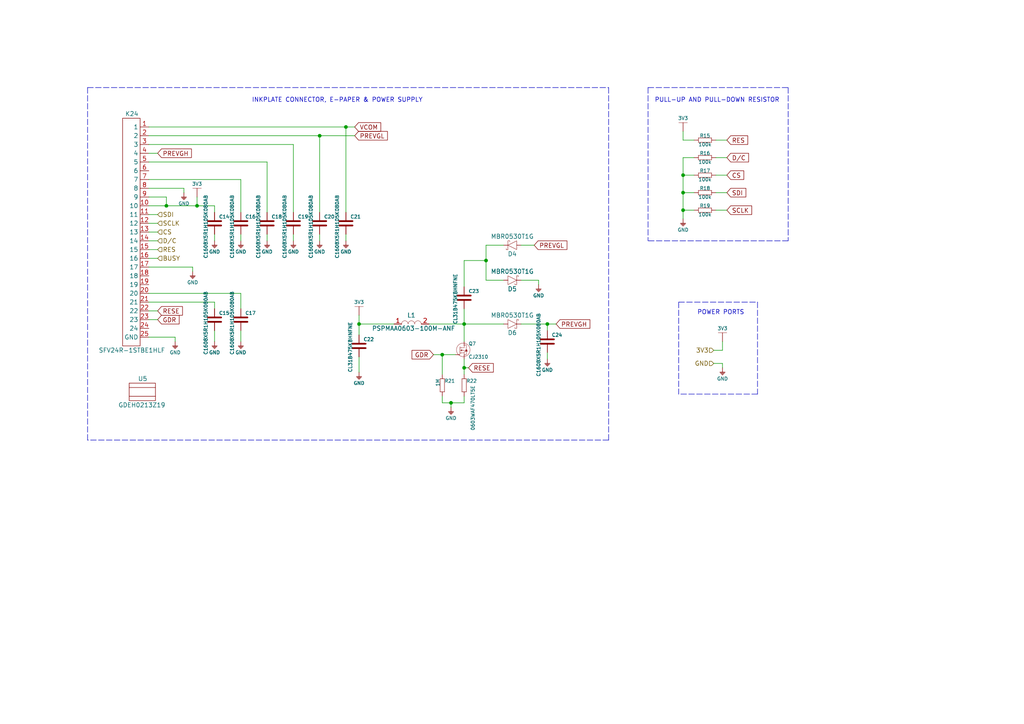
<source format=kicad_sch>
(kicad_sch (version 20211123) (generator eeschema)

  (uuid b094f0dc-e673-40bd-a437-6fdd86868a3e)

  (paper "A4")

  (title_block
    (title "Soldered Inkplate 2")
    (date "2022-12-09")
    (rev "V1.2.3")
    (company "SOLDERED")
    (comment 1 "333166")
  )

  (lib_symbols
    (symbol "GND_1" (power) (pin_names (offset 0)) (in_bom yes) (on_board yes)
      (property "Reference" "#PWR" (id 0) (at 4.445 0 0)
        (effects (font (size 1 1)) hide)
      )
      (property "Value" "GND_1" (id 1) (at 0 -2.921 0)
        (effects (font (size 1 1)))
      )
      (property "Footprint" "" (id 2) (at 4.445 3.81 0)
        (effects (font (size 1 1)) hide)
      )
      (property "Datasheet" "" (id 3) (at 4.445 3.81 0)
        (effects (font (size 1 1)) hide)
      )
      (property "ki_keywords" "power-flag" (id 4) (at 0 0 0)
        (effects (font (size 1.27 1.27)) hide)
      )
      (property "ki_description" "Power symbol creates a global label with name \"GND\"" (id 5) (at 0 0 0)
        (effects (font (size 1.27 1.27)) hide)
      )
      (symbol "GND_1_0_1"
        (polyline
          (pts
            (xy -0.762 -1.27)
            (xy 0.762 -1.27)
          )
          (stroke (width 0.16) (type default) (color 0 0 0 0))
          (fill (type none))
        )
        (polyline
          (pts
            (xy -0.635 -1.524)
            (xy 0.635 -1.524)
          )
          (stroke (width 0.16) (type default) (color 0 0 0 0))
          (fill (type none))
        )
        (polyline
          (pts
            (xy -0.381 -1.778)
            (xy 0.381 -1.778)
          )
          (stroke (width 0.16) (type default) (color 0 0 0 0))
          (fill (type none))
        )
        (polyline
          (pts
            (xy -0.127 -2.032)
            (xy 0.127 -2.032)
          )
          (stroke (width 0.16) (type default) (color 0 0 0 0))
          (fill (type none))
        )
        (polyline
          (pts
            (xy 0 0)
            (xy 0 -1.27)
          )
          (stroke (width 0.16) (type default) (color 0 0 0 0))
          (fill (type none))
        )
      )
      (symbol "GND_1_1_1"
        (pin power_in line (at 0 0 270) (length 0) hide
          (name "GND" (effects (font (size 1.27 1.27))))
          (number "1" (effects (font (size 1.27 1.27))))
        )
      )
    )
    (symbol "GND_10" (power) (pin_names (offset 0)) (in_bom yes) (on_board yes)
      (property "Reference" "#PWR" (id 0) (at 4.445 0 0)
        (effects (font (size 1 1)) hide)
      )
      (property "Value" "GND_10" (id 1) (at 0 -2.921 0)
        (effects (font (size 1 1)))
      )
      (property "Footprint" "" (id 2) (at 4.445 3.81 0)
        (effects (font (size 1 1)) hide)
      )
      (property "Datasheet" "" (id 3) (at 4.445 3.81 0)
        (effects (font (size 1 1)) hide)
      )
      (property "ki_keywords" "power-flag" (id 4) (at 0 0 0)
        (effects (font (size 1.27 1.27)) hide)
      )
      (property "ki_description" "Power symbol creates a global label with name \"GND\"" (id 5) (at 0 0 0)
        (effects (font (size 1.27 1.27)) hide)
      )
      (symbol "GND_10_0_1"
        (polyline
          (pts
            (xy -0.762 -1.27)
            (xy 0.762 -1.27)
          )
          (stroke (width 0.16) (type default) (color 0 0 0 0))
          (fill (type none))
        )
        (polyline
          (pts
            (xy -0.635 -1.524)
            (xy 0.635 -1.524)
          )
          (stroke (width 0.16) (type default) (color 0 0 0 0))
          (fill (type none))
        )
        (polyline
          (pts
            (xy -0.381 -1.778)
            (xy 0.381 -1.778)
          )
          (stroke (width 0.16) (type default) (color 0 0 0 0))
          (fill (type none))
        )
        (polyline
          (pts
            (xy -0.127 -2.032)
            (xy 0.127 -2.032)
          )
          (stroke (width 0.16) (type default) (color 0 0 0 0))
          (fill (type none))
        )
        (polyline
          (pts
            (xy 0 0)
            (xy 0 -1.27)
          )
          (stroke (width 0.16) (type default) (color 0 0 0 0))
          (fill (type none))
        )
      )
      (symbol "GND_10_1_1"
        (pin power_in line (at 0 0 270) (length 0) hide
          (name "GND" (effects (font (size 1.27 1.27))))
          (number "1" (effects (font (size 1.27 1.27))))
        )
      )
    )
    (symbol "GND_11" (power) (pin_names (offset 0)) (in_bom yes) (on_board yes)
      (property "Reference" "#PWR" (id 0) (at 4.445 0 0)
        (effects (font (size 1 1)) hide)
      )
      (property "Value" "GND_11" (id 1) (at 0 -2.921 0)
        (effects (font (size 1 1)))
      )
      (property "Footprint" "" (id 2) (at 4.445 3.81 0)
        (effects (font (size 1 1)) hide)
      )
      (property "Datasheet" "" (id 3) (at 4.445 3.81 0)
        (effects (font (size 1 1)) hide)
      )
      (property "ki_keywords" "power-flag" (id 4) (at 0 0 0)
        (effects (font (size 1.27 1.27)) hide)
      )
      (property "ki_description" "Power symbol creates a global label with name \"GND\"" (id 5) (at 0 0 0)
        (effects (font (size 1.27 1.27)) hide)
      )
      (symbol "GND_11_0_1"
        (polyline
          (pts
            (xy -0.762 -1.27)
            (xy 0.762 -1.27)
          )
          (stroke (width 0.16) (type default) (color 0 0 0 0))
          (fill (type none))
        )
        (polyline
          (pts
            (xy -0.635 -1.524)
            (xy 0.635 -1.524)
          )
          (stroke (width 0.16) (type default) (color 0 0 0 0))
          (fill (type none))
        )
        (polyline
          (pts
            (xy -0.381 -1.778)
            (xy 0.381 -1.778)
          )
          (stroke (width 0.16) (type default) (color 0 0 0 0))
          (fill (type none))
        )
        (polyline
          (pts
            (xy -0.127 -2.032)
            (xy 0.127 -2.032)
          )
          (stroke (width 0.16) (type default) (color 0 0 0 0))
          (fill (type none))
        )
        (polyline
          (pts
            (xy 0 0)
            (xy 0 -1.27)
          )
          (stroke (width 0.16) (type default) (color 0 0 0 0))
          (fill (type none))
        )
      )
      (symbol "GND_11_1_1"
        (pin power_in line (at 0 0 270) (length 0) hide
          (name "GND" (effects (font (size 1.27 1.27))))
          (number "1" (effects (font (size 1.27 1.27))))
        )
      )
    )
    (symbol "GND_12" (power) (pin_names (offset 0)) (in_bom yes) (on_board yes)
      (property "Reference" "#PWR" (id 0) (at 4.445 0 0)
        (effects (font (size 1 1)) hide)
      )
      (property "Value" "GND_12" (id 1) (at 0 -2.921 0)
        (effects (font (size 1 1)))
      )
      (property "Footprint" "" (id 2) (at 4.445 3.81 0)
        (effects (font (size 1 1)) hide)
      )
      (property "Datasheet" "" (id 3) (at 4.445 3.81 0)
        (effects (font (size 1 1)) hide)
      )
      (property "ki_keywords" "power-flag" (id 4) (at 0 0 0)
        (effects (font (size 1.27 1.27)) hide)
      )
      (property "ki_description" "Power symbol creates a global label with name \"GND\"" (id 5) (at 0 0 0)
        (effects (font (size 1.27 1.27)) hide)
      )
      (symbol "GND_12_0_1"
        (polyline
          (pts
            (xy -0.762 -1.27)
            (xy 0.762 -1.27)
          )
          (stroke (width 0.16) (type default) (color 0 0 0 0))
          (fill (type none))
        )
        (polyline
          (pts
            (xy -0.635 -1.524)
            (xy 0.635 -1.524)
          )
          (stroke (width 0.16) (type default) (color 0 0 0 0))
          (fill (type none))
        )
        (polyline
          (pts
            (xy -0.381 -1.778)
            (xy 0.381 -1.778)
          )
          (stroke (width 0.16) (type default) (color 0 0 0 0))
          (fill (type none))
        )
        (polyline
          (pts
            (xy -0.127 -2.032)
            (xy 0.127 -2.032)
          )
          (stroke (width 0.16) (type default) (color 0 0 0 0))
          (fill (type none))
        )
        (polyline
          (pts
            (xy 0 0)
            (xy 0 -1.27)
          )
          (stroke (width 0.16) (type default) (color 0 0 0 0))
          (fill (type none))
        )
      )
      (symbol "GND_12_1_1"
        (pin power_in line (at 0 0 270) (length 0) hide
          (name "GND" (effects (font (size 1.27 1.27))))
          (number "1" (effects (font (size 1.27 1.27))))
        )
      )
    )
    (symbol "GND_13" (power) (pin_names (offset 0)) (in_bom yes) (on_board yes)
      (property "Reference" "#PWR" (id 0) (at 4.445 0 0)
        (effects (font (size 1 1)) hide)
      )
      (property "Value" "GND_13" (id 1) (at 0 -2.921 0)
        (effects (font (size 1 1)))
      )
      (property "Footprint" "" (id 2) (at 4.445 3.81 0)
        (effects (font (size 1 1)) hide)
      )
      (property "Datasheet" "" (id 3) (at 4.445 3.81 0)
        (effects (font (size 1 1)) hide)
      )
      (property "ki_keywords" "power-flag" (id 4) (at 0 0 0)
        (effects (font (size 1.27 1.27)) hide)
      )
      (property "ki_description" "Power symbol creates a global label with name \"GND\"" (id 5) (at 0 0 0)
        (effects (font (size 1.27 1.27)) hide)
      )
      (symbol "GND_13_0_1"
        (polyline
          (pts
            (xy -0.762 -1.27)
            (xy 0.762 -1.27)
          )
          (stroke (width 0.16) (type default) (color 0 0 0 0))
          (fill (type none))
        )
        (polyline
          (pts
            (xy -0.635 -1.524)
            (xy 0.635 -1.524)
          )
          (stroke (width 0.16) (type default) (color 0 0 0 0))
          (fill (type none))
        )
        (polyline
          (pts
            (xy -0.381 -1.778)
            (xy 0.381 -1.778)
          )
          (stroke (width 0.16) (type default) (color 0 0 0 0))
          (fill (type none))
        )
        (polyline
          (pts
            (xy -0.127 -2.032)
            (xy 0.127 -2.032)
          )
          (stroke (width 0.16) (type default) (color 0 0 0 0))
          (fill (type none))
        )
        (polyline
          (pts
            (xy 0 0)
            (xy 0 -1.27)
          )
          (stroke (width 0.16) (type default) (color 0 0 0 0))
          (fill (type none))
        )
      )
      (symbol "GND_13_1_1"
        (pin power_in line (at 0 0 270) (length 0) hide
          (name "GND" (effects (font (size 1.27 1.27))))
          (number "1" (effects (font (size 1.27 1.27))))
        )
      )
    )
    (symbol "GND_14" (power) (pin_names (offset 0)) (in_bom yes) (on_board yes)
      (property "Reference" "#PWR" (id 0) (at 4.445 0 0)
        (effects (font (size 1 1)) hide)
      )
      (property "Value" "GND_14" (id 1) (at 0 -2.921 0)
        (effects (font (size 1 1)))
      )
      (property "Footprint" "" (id 2) (at 4.445 3.81 0)
        (effects (font (size 1 1)) hide)
      )
      (property "Datasheet" "" (id 3) (at 4.445 3.81 0)
        (effects (font (size 1 1)) hide)
      )
      (property "ki_keywords" "power-flag" (id 4) (at 0 0 0)
        (effects (font (size 1.27 1.27)) hide)
      )
      (property "ki_description" "Power symbol creates a global label with name \"GND\"" (id 5) (at 0 0 0)
        (effects (font (size 1.27 1.27)) hide)
      )
      (symbol "GND_14_0_1"
        (polyline
          (pts
            (xy -0.762 -1.27)
            (xy 0.762 -1.27)
          )
          (stroke (width 0.16) (type default) (color 0 0 0 0))
          (fill (type none))
        )
        (polyline
          (pts
            (xy -0.635 -1.524)
            (xy 0.635 -1.524)
          )
          (stroke (width 0.16) (type default) (color 0 0 0 0))
          (fill (type none))
        )
        (polyline
          (pts
            (xy -0.381 -1.778)
            (xy 0.381 -1.778)
          )
          (stroke (width 0.16) (type default) (color 0 0 0 0))
          (fill (type none))
        )
        (polyline
          (pts
            (xy -0.127 -2.032)
            (xy 0.127 -2.032)
          )
          (stroke (width 0.16) (type default) (color 0 0 0 0))
          (fill (type none))
        )
        (polyline
          (pts
            (xy 0 0)
            (xy 0 -1.27)
          )
          (stroke (width 0.16) (type default) (color 0 0 0 0))
          (fill (type none))
        )
      )
      (symbol "GND_14_1_1"
        (pin power_in line (at 0 0 270) (length 0) hide
          (name "GND" (effects (font (size 1.27 1.27))))
          (number "1" (effects (font (size 1.27 1.27))))
        )
      )
    )
    (symbol "GND_15" (power) (pin_names (offset 0)) (in_bom yes) (on_board yes)
      (property "Reference" "#PWR" (id 0) (at 4.445 0 0)
        (effects (font (size 1 1)) hide)
      )
      (property "Value" "GND_15" (id 1) (at 0 -2.921 0)
        (effects (font (size 1 1)))
      )
      (property "Footprint" "" (id 2) (at 4.445 3.81 0)
        (effects (font (size 1 1)) hide)
      )
      (property "Datasheet" "" (id 3) (at 4.445 3.81 0)
        (effects (font (size 1 1)) hide)
      )
      (property "ki_keywords" "power-flag" (id 4) (at 0 0 0)
        (effects (font (size 1.27 1.27)) hide)
      )
      (property "ki_description" "Power symbol creates a global label with name \"GND\"" (id 5) (at 0 0 0)
        (effects (font (size 1.27 1.27)) hide)
      )
      (symbol "GND_15_0_1"
        (polyline
          (pts
            (xy -0.762 -1.27)
            (xy 0.762 -1.27)
          )
          (stroke (width 0.16) (type default) (color 0 0 0 0))
          (fill (type none))
        )
        (polyline
          (pts
            (xy -0.635 -1.524)
            (xy 0.635 -1.524)
          )
          (stroke (width 0.16) (type default) (color 0 0 0 0))
          (fill (type none))
        )
        (polyline
          (pts
            (xy -0.381 -1.778)
            (xy 0.381 -1.778)
          )
          (stroke (width 0.16) (type default) (color 0 0 0 0))
          (fill (type none))
        )
        (polyline
          (pts
            (xy -0.127 -2.032)
            (xy 0.127 -2.032)
          )
          (stroke (width 0.16) (type default) (color 0 0 0 0))
          (fill (type none))
        )
        (polyline
          (pts
            (xy 0 0)
            (xy 0 -1.27)
          )
          (stroke (width 0.16) (type default) (color 0 0 0 0))
          (fill (type none))
        )
      )
      (symbol "GND_15_1_1"
        (pin power_in line (at 0 0 270) (length 0) hide
          (name "GND" (effects (font (size 1.27 1.27))))
          (number "1" (effects (font (size 1.27 1.27))))
        )
      )
    )
    (symbol "GND_16" (power) (pin_names (offset 0)) (in_bom yes) (on_board yes)
      (property "Reference" "#PWR" (id 0) (at 4.445 0 0)
        (effects (font (size 1 1)) hide)
      )
      (property "Value" "GND_16" (id 1) (at 0 -2.921 0)
        (effects (font (size 1 1)))
      )
      (property "Footprint" "" (id 2) (at 4.445 3.81 0)
        (effects (font (size 1 1)) hide)
      )
      (property "Datasheet" "" (id 3) (at 4.445 3.81 0)
        (effects (font (size 1 1)) hide)
      )
      (property "ki_keywords" "power-flag" (id 4) (at 0 0 0)
        (effects (font (size 1.27 1.27)) hide)
      )
      (property "ki_description" "Power symbol creates a global label with name \"GND\"" (id 5) (at 0 0 0)
        (effects (font (size 1.27 1.27)) hide)
      )
      (symbol "GND_16_0_1"
        (polyline
          (pts
            (xy -0.762 -1.27)
            (xy 0.762 -1.27)
          )
          (stroke (width 0.16) (type default) (color 0 0 0 0))
          (fill (type none))
        )
        (polyline
          (pts
            (xy -0.635 -1.524)
            (xy 0.635 -1.524)
          )
          (stroke (width 0.16) (type default) (color 0 0 0 0))
          (fill (type none))
        )
        (polyline
          (pts
            (xy -0.381 -1.778)
            (xy 0.381 -1.778)
          )
          (stroke (width 0.16) (type default) (color 0 0 0 0))
          (fill (type none))
        )
        (polyline
          (pts
            (xy -0.127 -2.032)
            (xy 0.127 -2.032)
          )
          (stroke (width 0.16) (type default) (color 0 0 0 0))
          (fill (type none))
        )
        (polyline
          (pts
            (xy 0 0)
            (xy 0 -1.27)
          )
          (stroke (width 0.16) (type default) (color 0 0 0 0))
          (fill (type none))
        )
      )
      (symbol "GND_16_1_1"
        (pin power_in line (at 0 0 270) (length 0) hide
          (name "GND" (effects (font (size 1.27 1.27))))
          (number "1" (effects (font (size 1.27 1.27))))
        )
      )
    )
    (symbol "GND_2" (power) (pin_names (offset 0)) (in_bom yes) (on_board yes)
      (property "Reference" "#PWR" (id 0) (at 4.445 0 0)
        (effects (font (size 1 1)) hide)
      )
      (property "Value" "GND_2" (id 1) (at 0 -2.921 0)
        (effects (font (size 1 1)))
      )
      (property "Footprint" "" (id 2) (at 4.445 3.81 0)
        (effects (font (size 1 1)) hide)
      )
      (property "Datasheet" "" (id 3) (at 4.445 3.81 0)
        (effects (font (size 1 1)) hide)
      )
      (property "ki_keywords" "power-flag" (id 4) (at 0 0 0)
        (effects (font (size 1.27 1.27)) hide)
      )
      (property "ki_description" "Power symbol creates a global label with name \"GND\"" (id 5) (at 0 0 0)
        (effects (font (size 1.27 1.27)) hide)
      )
      (symbol "GND_2_0_1"
        (polyline
          (pts
            (xy -0.762 -1.27)
            (xy 0.762 -1.27)
          )
          (stroke (width 0.16) (type default) (color 0 0 0 0))
          (fill (type none))
        )
        (polyline
          (pts
            (xy -0.635 -1.524)
            (xy 0.635 -1.524)
          )
          (stroke (width 0.16) (type default) (color 0 0 0 0))
          (fill (type none))
        )
        (polyline
          (pts
            (xy -0.381 -1.778)
            (xy 0.381 -1.778)
          )
          (stroke (width 0.16) (type default) (color 0 0 0 0))
          (fill (type none))
        )
        (polyline
          (pts
            (xy -0.127 -2.032)
            (xy 0.127 -2.032)
          )
          (stroke (width 0.16) (type default) (color 0 0 0 0))
          (fill (type none))
        )
        (polyline
          (pts
            (xy 0 0)
            (xy 0 -1.27)
          )
          (stroke (width 0.16) (type default) (color 0 0 0 0))
          (fill (type none))
        )
      )
      (symbol "GND_2_1_1"
        (pin power_in line (at 0 0 270) (length 0) hide
          (name "GND" (effects (font (size 1.27 1.27))))
          (number "1" (effects (font (size 1.27 1.27))))
        )
      )
    )
    (symbol "GND_3" (power) (pin_names (offset 0)) (in_bom yes) (on_board yes)
      (property "Reference" "#PWR" (id 0) (at 4.445 0 0)
        (effects (font (size 1 1)) hide)
      )
      (property "Value" "GND_3" (id 1) (at 0 -2.921 0)
        (effects (font (size 1 1)))
      )
      (property "Footprint" "" (id 2) (at 4.445 3.81 0)
        (effects (font (size 1 1)) hide)
      )
      (property "Datasheet" "" (id 3) (at 4.445 3.81 0)
        (effects (font (size 1 1)) hide)
      )
      (property "ki_keywords" "power-flag" (id 4) (at 0 0 0)
        (effects (font (size 1.27 1.27)) hide)
      )
      (property "ki_description" "Power symbol creates a global label with name \"GND\"" (id 5) (at 0 0 0)
        (effects (font (size 1.27 1.27)) hide)
      )
      (symbol "GND_3_0_1"
        (polyline
          (pts
            (xy -0.762 -1.27)
            (xy 0.762 -1.27)
          )
          (stroke (width 0.16) (type default) (color 0 0 0 0))
          (fill (type none))
        )
        (polyline
          (pts
            (xy -0.635 -1.524)
            (xy 0.635 -1.524)
          )
          (stroke (width 0.16) (type default) (color 0 0 0 0))
          (fill (type none))
        )
        (polyline
          (pts
            (xy -0.381 -1.778)
            (xy 0.381 -1.778)
          )
          (stroke (width 0.16) (type default) (color 0 0 0 0))
          (fill (type none))
        )
        (polyline
          (pts
            (xy -0.127 -2.032)
            (xy 0.127 -2.032)
          )
          (stroke (width 0.16) (type default) (color 0 0 0 0))
          (fill (type none))
        )
        (polyline
          (pts
            (xy 0 0)
            (xy 0 -1.27)
          )
          (stroke (width 0.16) (type default) (color 0 0 0 0))
          (fill (type none))
        )
      )
      (symbol "GND_3_1_1"
        (pin power_in line (at 0 0 270) (length 0) hide
          (name "GND" (effects (font (size 1.27 1.27))))
          (number "1" (effects (font (size 1.27 1.27))))
        )
      )
    )
    (symbol "GND_4" (power) (pin_names (offset 0)) (in_bom yes) (on_board yes)
      (property "Reference" "#PWR" (id 0) (at 4.445 0 0)
        (effects (font (size 1 1)) hide)
      )
      (property "Value" "GND_4" (id 1) (at 0 -2.921 0)
        (effects (font (size 1 1)))
      )
      (property "Footprint" "" (id 2) (at 4.445 3.81 0)
        (effects (font (size 1 1)) hide)
      )
      (property "Datasheet" "" (id 3) (at 4.445 3.81 0)
        (effects (font (size 1 1)) hide)
      )
      (property "ki_keywords" "power-flag" (id 4) (at 0 0 0)
        (effects (font (size 1.27 1.27)) hide)
      )
      (property "ki_description" "Power symbol creates a global label with name \"GND\"" (id 5) (at 0 0 0)
        (effects (font (size 1.27 1.27)) hide)
      )
      (symbol "GND_4_0_1"
        (polyline
          (pts
            (xy -0.762 -1.27)
            (xy 0.762 -1.27)
          )
          (stroke (width 0.16) (type default) (color 0 0 0 0))
          (fill (type none))
        )
        (polyline
          (pts
            (xy -0.635 -1.524)
            (xy 0.635 -1.524)
          )
          (stroke (width 0.16) (type default) (color 0 0 0 0))
          (fill (type none))
        )
        (polyline
          (pts
            (xy -0.381 -1.778)
            (xy 0.381 -1.778)
          )
          (stroke (width 0.16) (type default) (color 0 0 0 0))
          (fill (type none))
        )
        (polyline
          (pts
            (xy -0.127 -2.032)
            (xy 0.127 -2.032)
          )
          (stroke (width 0.16) (type default) (color 0 0 0 0))
          (fill (type none))
        )
        (polyline
          (pts
            (xy 0 0)
            (xy 0 -1.27)
          )
          (stroke (width 0.16) (type default) (color 0 0 0 0))
          (fill (type none))
        )
      )
      (symbol "GND_4_1_1"
        (pin power_in line (at 0 0 270) (length 0) hide
          (name "GND" (effects (font (size 1.27 1.27))))
          (number "1" (effects (font (size 1.27 1.27))))
        )
      )
    )
    (symbol "GND_5" (power) (pin_names (offset 0)) (in_bom yes) (on_board yes)
      (property "Reference" "#PWR" (id 0) (at 4.445 0 0)
        (effects (font (size 1 1)) hide)
      )
      (property "Value" "GND_5" (id 1) (at 0 -2.921 0)
        (effects (font (size 1 1)))
      )
      (property "Footprint" "" (id 2) (at 4.445 3.81 0)
        (effects (font (size 1 1)) hide)
      )
      (property "Datasheet" "" (id 3) (at 4.445 3.81 0)
        (effects (font (size 1 1)) hide)
      )
      (property "ki_keywords" "power-flag" (id 4) (at 0 0 0)
        (effects (font (size 1.27 1.27)) hide)
      )
      (property "ki_description" "Power symbol creates a global label with name \"GND\"" (id 5) (at 0 0 0)
        (effects (font (size 1.27 1.27)) hide)
      )
      (symbol "GND_5_0_1"
        (polyline
          (pts
            (xy -0.762 -1.27)
            (xy 0.762 -1.27)
          )
          (stroke (width 0.16) (type default) (color 0 0 0 0))
          (fill (type none))
        )
        (polyline
          (pts
            (xy -0.635 -1.524)
            (xy 0.635 -1.524)
          )
          (stroke (width 0.16) (type default) (color 0 0 0 0))
          (fill (type none))
        )
        (polyline
          (pts
            (xy -0.381 -1.778)
            (xy 0.381 -1.778)
          )
          (stroke (width 0.16) (type default) (color 0 0 0 0))
          (fill (type none))
        )
        (polyline
          (pts
            (xy -0.127 -2.032)
            (xy 0.127 -2.032)
          )
          (stroke (width 0.16) (type default) (color 0 0 0 0))
          (fill (type none))
        )
        (polyline
          (pts
            (xy 0 0)
            (xy 0 -1.27)
          )
          (stroke (width 0.16) (type default) (color 0 0 0 0))
          (fill (type none))
        )
      )
      (symbol "GND_5_1_1"
        (pin power_in line (at 0 0 270) (length 0) hide
          (name "GND" (effects (font (size 1.27 1.27))))
          (number "1" (effects (font (size 1.27 1.27))))
        )
      )
    )
    (symbol "GND_6" (power) (pin_names (offset 0)) (in_bom yes) (on_board yes)
      (property "Reference" "#PWR" (id 0) (at 4.445 0 0)
        (effects (font (size 1 1)) hide)
      )
      (property "Value" "GND_6" (id 1) (at 0 -2.921 0)
        (effects (font (size 1 1)))
      )
      (property "Footprint" "" (id 2) (at 4.445 3.81 0)
        (effects (font (size 1 1)) hide)
      )
      (property "Datasheet" "" (id 3) (at 4.445 3.81 0)
        (effects (font (size 1 1)) hide)
      )
      (property "ki_keywords" "power-flag" (id 4) (at 0 0 0)
        (effects (font (size 1.27 1.27)) hide)
      )
      (property "ki_description" "Power symbol creates a global label with name \"GND\"" (id 5) (at 0 0 0)
        (effects (font (size 1.27 1.27)) hide)
      )
      (symbol "GND_6_0_1"
        (polyline
          (pts
            (xy -0.762 -1.27)
            (xy 0.762 -1.27)
          )
          (stroke (width 0.16) (type default) (color 0 0 0 0))
          (fill (type none))
        )
        (polyline
          (pts
            (xy -0.635 -1.524)
            (xy 0.635 -1.524)
          )
          (stroke (width 0.16) (type default) (color 0 0 0 0))
          (fill (type none))
        )
        (polyline
          (pts
            (xy -0.381 -1.778)
            (xy 0.381 -1.778)
          )
          (stroke (width 0.16) (type default) (color 0 0 0 0))
          (fill (type none))
        )
        (polyline
          (pts
            (xy -0.127 -2.032)
            (xy 0.127 -2.032)
          )
          (stroke (width 0.16) (type default) (color 0 0 0 0))
          (fill (type none))
        )
        (polyline
          (pts
            (xy 0 0)
            (xy 0 -1.27)
          )
          (stroke (width 0.16) (type default) (color 0 0 0 0))
          (fill (type none))
        )
      )
      (symbol "GND_6_1_1"
        (pin power_in line (at 0 0 270) (length 0) hide
          (name "GND" (effects (font (size 1.27 1.27))))
          (number "1" (effects (font (size 1.27 1.27))))
        )
      )
    )
    (symbol "GND_7" (power) (pin_names (offset 0)) (in_bom yes) (on_board yes)
      (property "Reference" "#PWR" (id 0) (at 4.445 0 0)
        (effects (font (size 1 1)) hide)
      )
      (property "Value" "GND_7" (id 1) (at 0 -2.921 0)
        (effects (font (size 1 1)))
      )
      (property "Footprint" "" (id 2) (at 4.445 3.81 0)
        (effects (font (size 1 1)) hide)
      )
      (property "Datasheet" "" (id 3) (at 4.445 3.81 0)
        (effects (font (size 1 1)) hide)
      )
      (property "ki_keywords" "power-flag" (id 4) (at 0 0 0)
        (effects (font (size 1.27 1.27)) hide)
      )
      (property "ki_description" "Power symbol creates a global label with name \"GND\"" (id 5) (at 0 0 0)
        (effects (font (size 1.27 1.27)) hide)
      )
      (symbol "GND_7_0_1"
        (polyline
          (pts
            (xy -0.762 -1.27)
            (xy 0.762 -1.27)
          )
          (stroke (width 0.16) (type default) (color 0 0 0 0))
          (fill (type none))
        )
        (polyline
          (pts
            (xy -0.635 -1.524)
            (xy 0.635 -1.524)
          )
          (stroke (width 0.16) (type default) (color 0 0 0 0))
          (fill (type none))
        )
        (polyline
          (pts
            (xy -0.381 -1.778)
            (xy 0.381 -1.778)
          )
          (stroke (width 0.16) (type default) (color 0 0 0 0))
          (fill (type none))
        )
        (polyline
          (pts
            (xy -0.127 -2.032)
            (xy 0.127 -2.032)
          )
          (stroke (width 0.16) (type default) (color 0 0 0 0))
          (fill (type none))
        )
        (polyline
          (pts
            (xy 0 0)
            (xy 0 -1.27)
          )
          (stroke (width 0.16) (type default) (color 0 0 0 0))
          (fill (type none))
        )
      )
      (symbol "GND_7_1_1"
        (pin power_in line (at 0 0 270) (length 0) hide
          (name "GND" (effects (font (size 1.27 1.27))))
          (number "1" (effects (font (size 1.27 1.27))))
        )
      )
    )
    (symbol "GND_8" (power) (pin_names (offset 0)) (in_bom yes) (on_board yes)
      (property "Reference" "#PWR" (id 0) (at 4.445 0 0)
        (effects (font (size 1 1)) hide)
      )
      (property "Value" "GND_8" (id 1) (at 0 -2.921 0)
        (effects (font (size 1 1)))
      )
      (property "Footprint" "" (id 2) (at 4.445 3.81 0)
        (effects (font (size 1 1)) hide)
      )
      (property "Datasheet" "" (id 3) (at 4.445 3.81 0)
        (effects (font (size 1 1)) hide)
      )
      (property "ki_keywords" "power-flag" (id 4) (at 0 0 0)
        (effects (font (size 1.27 1.27)) hide)
      )
      (property "ki_description" "Power symbol creates a global label with name \"GND\"" (id 5) (at 0 0 0)
        (effects (font (size 1.27 1.27)) hide)
      )
      (symbol "GND_8_0_1"
        (polyline
          (pts
            (xy -0.762 -1.27)
            (xy 0.762 -1.27)
          )
          (stroke (width 0.16) (type default) (color 0 0 0 0))
          (fill (type none))
        )
        (polyline
          (pts
            (xy -0.635 -1.524)
            (xy 0.635 -1.524)
          )
          (stroke (width 0.16) (type default) (color 0 0 0 0))
          (fill (type none))
        )
        (polyline
          (pts
            (xy -0.381 -1.778)
            (xy 0.381 -1.778)
          )
          (stroke (width 0.16) (type default) (color 0 0 0 0))
          (fill (type none))
        )
        (polyline
          (pts
            (xy -0.127 -2.032)
            (xy 0.127 -2.032)
          )
          (stroke (width 0.16) (type default) (color 0 0 0 0))
          (fill (type none))
        )
        (polyline
          (pts
            (xy 0 0)
            (xy 0 -1.27)
          )
          (stroke (width 0.16) (type default) (color 0 0 0 0))
          (fill (type none))
        )
      )
      (symbol "GND_8_1_1"
        (pin power_in line (at 0 0 270) (length 0) hide
          (name "GND" (effects (font (size 1.27 1.27))))
          (number "1" (effects (font (size 1.27 1.27))))
        )
      )
    )
    (symbol "GND_9" (power) (pin_names (offset 0)) (in_bom yes) (on_board yes)
      (property "Reference" "#PWR" (id 0) (at 4.445 0 0)
        (effects (font (size 1 1)) hide)
      )
      (property "Value" "GND_9" (id 1) (at 0 -2.921 0)
        (effects (font (size 1 1)))
      )
      (property "Footprint" "" (id 2) (at 4.445 3.81 0)
        (effects (font (size 1 1)) hide)
      )
      (property "Datasheet" "" (id 3) (at 4.445 3.81 0)
        (effects (font (size 1 1)) hide)
      )
      (property "ki_keywords" "power-flag" (id 4) (at 0 0 0)
        (effects (font (size 1.27 1.27)) hide)
      )
      (property "ki_description" "Power symbol creates a global label with name \"GND\"" (id 5) (at 0 0 0)
        (effects (font (size 1.27 1.27)) hide)
      )
      (symbol "GND_9_0_1"
        (polyline
          (pts
            (xy -0.762 -1.27)
            (xy 0.762 -1.27)
          )
          (stroke (width 0.16) (type default) (color 0 0 0 0))
          (fill (type none))
        )
        (polyline
          (pts
            (xy -0.635 -1.524)
            (xy 0.635 -1.524)
          )
          (stroke (width 0.16) (type default) (color 0 0 0 0))
          (fill (type none))
        )
        (polyline
          (pts
            (xy -0.381 -1.778)
            (xy 0.381 -1.778)
          )
          (stroke (width 0.16) (type default) (color 0 0 0 0))
          (fill (type none))
        )
        (polyline
          (pts
            (xy -0.127 -2.032)
            (xy 0.127 -2.032)
          )
          (stroke (width 0.16) (type default) (color 0 0 0 0))
          (fill (type none))
        )
        (polyline
          (pts
            (xy 0 0)
            (xy 0 -1.27)
          )
          (stroke (width 0.16) (type default) (color 0 0 0 0))
          (fill (type none))
        )
      )
      (symbol "GND_9_1_1"
        (pin power_in line (at 0 0 270) (length 0) hide
          (name "GND" (effects (font (size 1.27 1.27))))
          (number "1" (effects (font (size 1.27 1.27))))
        )
      )
    )
    (symbol "MBR0530T1G_1" (pin_numbers hide) (pin_names hide) (in_bom yes) (on_board yes)
      (property "Reference" "D" (id 0) (at 0 2.54 0)
        (effects (font (size 1.27 1.27)))
      )
      (property "Value" "MBR0530T1G_1" (id 1) (at 0 -2.54 0)
        (effects (font (size 1.27 1.27)))
      )
      (property "Footprint" "e-radionica.com footprinti:SOD-123" (id 2) (at 2.54 -5.08 0)
        (effects (font (size 1.27 1.27)) hide)
      )
      (property "Datasheet" "" (id 3) (at 3.81 0 0)
        (effects (font (size 1.27 1.27)) hide)
      )
      (symbol "MBR0530T1G_1_0_1"
        (polyline
          (pts
            (xy 1.27 1.27)
            (xy 1.778 1.27)
            (xy 1.778 1.016)
          )
          (stroke (width 0.1) (type default) (color 0 0 0 0))
          (fill (type none))
        )
        (polyline
          (pts
            (xy -1.27 -1.27)
            (xy -1.27 1.27)
            (xy 1.27 0)
            (xy -1.27 -1.27)
          )
          (stroke (width 0.1) (type default) (color 0 0 0 0))
          (fill (type none))
        )
        (polyline
          (pts
            (xy 1.27 1.27)
            (xy 1.27 -1.27)
            (xy 0.762 -1.27)
            (xy 0.762 -1.016)
          )
          (stroke (width 0.1) (type default) (color 0 0 0 0))
          (fill (type none))
        )
      )
      (symbol "MBR0530T1G_1_1_1"
        (pin input line (at 2.54 0 180) (length 1.27)
          (name "C" (effects (font (size 1.27 1.27))))
          (number "1" (effects (font (size 1.27 1.27))))
        )
        (pin input line (at -2.54 0 0) (length 1.27)
          (name "A" (effects (font (size 1.27 1.27))))
          (number "2" (effects (font (size 1.27 1.27))))
        )
      )
    )
    (symbol "MBR0530T1G_2" (pin_numbers hide) (pin_names hide) (in_bom yes) (on_board yes)
      (property "Reference" "D" (id 0) (at 0 2.54 0)
        (effects (font (size 1.27 1.27)))
      )
      (property "Value" "MBR0530T1G_2" (id 1) (at 0 -2.54 0)
        (effects (font (size 1.27 1.27)))
      )
      (property "Footprint" "e-radionica.com footprinti:SOD-123" (id 2) (at 2.54 -5.08 0)
        (effects (font (size 1.27 1.27)) hide)
      )
      (property "Datasheet" "" (id 3) (at 3.81 0 0)
        (effects (font (size 1.27 1.27)) hide)
      )
      (symbol "MBR0530T1G_2_0_1"
        (polyline
          (pts
            (xy 1.27 1.27)
            (xy 1.778 1.27)
            (xy 1.778 1.016)
          )
          (stroke (width 0.1) (type default) (color 0 0 0 0))
          (fill (type none))
        )
        (polyline
          (pts
            (xy -1.27 -1.27)
            (xy -1.27 1.27)
            (xy 1.27 0)
            (xy -1.27 -1.27)
          )
          (stroke (width 0.1) (type default) (color 0 0 0 0))
          (fill (type none))
        )
        (polyline
          (pts
            (xy 1.27 1.27)
            (xy 1.27 -1.27)
            (xy 0.762 -1.27)
            (xy 0.762 -1.016)
          )
          (stroke (width 0.1) (type default) (color 0 0 0 0))
          (fill (type none))
        )
      )
      (symbol "MBR0530T1G_2_1_1"
        (pin input line (at 2.54 0 180) (length 1.27)
          (name "C" (effects (font (size 1.27 1.27))))
          (number "1" (effects (font (size 1.27 1.27))))
        )
        (pin input line (at -2.54 0 0) (length 1.27)
          (name "A" (effects (font (size 1.27 1.27))))
          (number "2" (effects (font (size 1.27 1.27))))
        )
      )
    )
    (symbol "e-radionica.com schematics:0603C" (pin_numbers hide) (pin_names (offset 0.002)) (in_bom yes) (on_board yes)
      (property "Reference" "C" (id 0) (at -0.635 3.175 0)
        (effects (font (size 1 1)))
      )
      (property "Value" "0603C" (id 1) (at 0 -3.175 0)
        (effects (font (size 1 1)))
      )
      (property "Footprint" "e-radionica.com footprinti:0603C" (id 2) (at 0 0 0)
        (effects (font (size 1 1)) hide)
      )
      (property "Datasheet" "" (id 3) (at 0 0 0)
        (effects (font (size 1 1)) hide)
      )
      (symbol "0603C_0_1"
        (polyline
          (pts
            (xy -0.635 1.905)
            (xy -0.635 -1.905)
          )
          (stroke (width 0.5) (type default) (color 0 0 0 0))
          (fill (type none))
        )
        (polyline
          (pts
            (xy 0.635 1.905)
            (xy 0.635 -1.905)
          )
          (stroke (width 0.5) (type default) (color 0 0 0 0))
          (fill (type none))
        )
      )
      (symbol "0603C_1_1"
        (pin passive line (at -3.175 0 0) (length 2.54)
          (name "~" (effects (font (size 1.27 1.27))))
          (number "1" (effects (font (size 1.27 1.27))))
        )
        (pin passive line (at 3.175 0 180) (length 2.54)
          (name "~" (effects (font (size 1.27 1.27))))
          (number "2" (effects (font (size 1.27 1.27))))
        )
      )
    )
    (symbol "e-radionica.com schematics:0603R" (pin_numbers hide) (pin_names (offset 0.254)) (in_bom yes) (on_board yes)
      (property "Reference" "R" (id 0) (at -1.905 1.905 0)
        (effects (font (size 1 1)))
      )
      (property "Value" "0603R" (id 1) (at 0 -1.905 0)
        (effects (font (size 1 1)))
      )
      (property "Footprint" "e-radionica.com footprinti:0603R" (id 2) (at -0.635 1.905 0)
        (effects (font (size 1 1)) hide)
      )
      (property "Datasheet" "" (id 3) (at -0.635 1.905 0)
        (effects (font (size 1 1)) hide)
      )
      (symbol "0603R_0_1"
        (rectangle (start -1.905 -0.635) (end 1.905 -0.6604)
          (stroke (width 0.1) (type default) (color 0 0 0 0))
          (fill (type none))
        )
        (rectangle (start -1.905 0.635) (end -1.8796 -0.635)
          (stroke (width 0.1) (type default) (color 0 0 0 0))
          (fill (type none))
        )
        (rectangle (start -1.905 0.635) (end 1.905 0.6096)
          (stroke (width 0.1) (type default) (color 0 0 0 0))
          (fill (type none))
        )
        (rectangle (start 1.905 0.635) (end 1.9304 -0.635)
          (stroke (width 0.1) (type default) (color 0 0 0 0))
          (fill (type none))
        )
      )
      (symbol "0603R_1_1"
        (pin passive line (at -3.175 0 0) (length 1.27)
          (name "~" (effects (font (size 1.27 1.27))))
          (number "1" (effects (font (size 1.27 1.27))))
        )
        (pin passive line (at 3.175 0 180) (length 1.27)
          (name "~" (effects (font (size 1.27 1.27))))
          (number "2" (effects (font (size 1.27 1.27))))
        )
      )
    )
    (symbol "e-radionica.com schematics:1206C" (pin_numbers hide) (in_bom yes) (on_board yes)
      (property "Reference" "C" (id 0) (at -0.635 3.175 0)
        (effects (font (size 1 1)))
      )
      (property "Value" "1206C" (id 1) (at 0 -3.175 0)
        (effects (font (size 1 1)))
      )
      (property "Footprint" "e-radionica.com footprinti:1206C" (id 2) (at 0 0 0)
        (effects (font (size 1 1)) hide)
      )
      (property "Datasheet" "" (id 3) (at 0 0 0)
        (effects (font (size 1 1)) hide)
      )
      (symbol "1206C_0_1"
        (polyline
          (pts
            (xy -0.635 1.905)
            (xy -0.635 -1.905)
          )
          (stroke (width 0.5) (type default) (color 0 0 0 0))
          (fill (type none))
        )
        (polyline
          (pts
            (xy 0.635 1.905)
            (xy 0.635 -1.905)
          )
          (stroke (width 0.5) (type default) (color 0 0 0 0))
          (fill (type none))
        )
      )
      (symbol "1206C_1_1"
        (pin passive line (at -3.175 0 0) (length 2.54)
          (name "~" (effects (font (size 1.27 1.27))))
          (number "1" (effects (font (size 1.27 1.27))))
        )
        (pin passive line (at 3.175 0 180) (length 2.54)
          (name "~" (effects (font (size 1.27 1.27))))
          (number "2" (effects (font (size 1.27 1.27))))
        )
      )
    )
    (symbol "e-radionica.com schematics:3V3" (power) (pin_names (offset 0)) (in_bom yes) (on_board yes)
      (property "Reference" "#PWR" (id 0) (at 4.445 0 0)
        (effects (font (size 1 1)) hide)
      )
      (property "Value" "3V3" (id 1) (at 0 3.556 0)
        (effects (font (size 1 1)))
      )
      (property "Footprint" "" (id 2) (at 4.445 3.81 0)
        (effects (font (size 1 1)) hide)
      )
      (property "Datasheet" "" (id 3) (at 4.445 3.81 0)
        (effects (font (size 1 1)) hide)
      )
      (property "ki_keywords" "power-flag" (id 4) (at 0 0 0)
        (effects (font (size 1.27 1.27)) hide)
      )
      (property "ki_description" "Power symbol creates a global label with name \"3V3\"" (id 5) (at 0 0 0)
        (effects (font (size 1.27 1.27)) hide)
      )
      (symbol "3V3_0_1"
        (polyline
          (pts
            (xy -1.27 2.54)
            (xy 1.27 2.54)
          )
          (stroke (width 0.0006) (type default) (color 0 0 0 0))
          (fill (type none))
        )
        (polyline
          (pts
            (xy 0 0)
            (xy 0 2.54)
          )
          (stroke (width 0) (type default) (color 0 0 0 0))
          (fill (type none))
        )
      )
      (symbol "3V3_1_1"
        (pin power_in line (at 0 0 90) (length 0) hide
          (name "3V3" (effects (font (size 1.27 1.27))))
          (number "1" (effects (font (size 1.27 1.27))))
        )
      )
    )
    (symbol "e-radionica.com schematics:GDEH0213Z19" (in_bom yes) (on_board yes)
      (property "Reference" "U" (id 0) (at 0 -3.81 0)
        (effects (font (size 1.27 1.27)))
      )
      (property "Value" "GDEH0213Z19" (id 1) (at 0 3.81 0)
        (effects (font (size 1.27 1.27)))
      )
      (property "Footprint" "e-radionica.com footprinti:GDEH0213Z19" (id 2) (at 0 -6.35 0)
        (effects (font (size 1.27 1.27)) hide)
      )
      (property "Datasheet" "" (id 3) (at 0 -7.62 0)
        (effects (font (size 1.27 1.27)) hide)
      )
      (symbol "GDEH0213Z19_0_1"
        (rectangle (start -3.81 2.54) (end 3.81 -2.54)
          (stroke (width 0) (type default) (color 0 0 0 0))
          (fill (type none))
        )
        (polyline
          (pts
            (xy -3.81 -1.27)
            (xy 3.81 -1.27)
          )
          (stroke (width 0) (type default) (color 0 0 0 0))
          (fill (type none))
        )
        (polyline
          (pts
            (xy -3.81 1.27)
            (xy 3.81 1.27)
          )
          (stroke (width 0) (type default) (color 0 0 0 0))
          (fill (type none))
        )
      )
    )
    (symbol "e-radionica.com schematics:GND" (power) (pin_names (offset 0)) (in_bom yes) (on_board yes)
      (property "Reference" "#PWR" (id 0) (at 4.445 0 0)
        (effects (font (size 1 1)) hide)
      )
      (property "Value" "GND" (id 1) (at 0 -2.921 0)
        (effects (font (size 1 1)))
      )
      (property "Footprint" "" (id 2) (at 4.445 3.81 0)
        (effects (font (size 1 1)) hide)
      )
      (property "Datasheet" "" (id 3) (at 4.445 3.81 0)
        (effects (font (size 1 1)) hide)
      )
      (property "ki_keywords" "power-flag" (id 4) (at 0 0 0)
        (effects (font (size 1.27 1.27)) hide)
      )
      (property "ki_description" "Power symbol creates a global label with name \"GND\"" (id 5) (at 0 0 0)
        (effects (font (size 1.27 1.27)) hide)
      )
      (symbol "GND_0_1"
        (polyline
          (pts
            (xy -0.762 -1.27)
            (xy 0.762 -1.27)
          )
          (stroke (width 0.16) (type default) (color 0 0 0 0))
          (fill (type none))
        )
        (polyline
          (pts
            (xy -0.635 -1.524)
            (xy 0.635 -1.524)
          )
          (stroke (width 0.16) (type default) (color 0 0 0 0))
          (fill (type none))
        )
        (polyline
          (pts
            (xy -0.381 -1.778)
            (xy 0.381 -1.778)
          )
          (stroke (width 0.16) (type default) (color 0 0 0 0))
          (fill (type none))
        )
        (polyline
          (pts
            (xy -0.127 -2.032)
            (xy 0.127 -2.032)
          )
          (stroke (width 0.16) (type default) (color 0 0 0 0))
          (fill (type none))
        )
        (polyline
          (pts
            (xy 0 0)
            (xy 0 -1.27)
          )
          (stroke (width 0.16) (type default) (color 0 0 0 0))
          (fill (type none))
        )
      )
      (symbol "GND_1_1"
        (pin power_in line (at 0 0 270) (length 0) hide
          (name "GND" (effects (font (size 1.27 1.27))))
          (number "1" (effects (font (size 1.27 1.27))))
        )
      )
    )
    (symbol "e-radionica.com schematics:MBR0530T1G" (pin_numbers hide) (pin_names hide) (in_bom yes) (on_board yes)
      (property "Reference" "D" (id 0) (at 0 2.54 0)
        (effects (font (size 1.27 1.27)))
      )
      (property "Value" "MBR0530T1G" (id 1) (at 0 -2.54 0)
        (effects (font (size 1.27 1.27)))
      )
      (property "Footprint" "e-radionica.com footprinti:SOD-123" (id 2) (at 2.54 -5.08 0)
        (effects (font (size 1.27 1.27)) hide)
      )
      (property "Datasheet" "" (id 3) (at 3.81 0 0)
        (effects (font (size 1.27 1.27)) hide)
      )
      (symbol "MBR0530T1G_0_1"
        (polyline
          (pts
            (xy 1.27 1.27)
            (xy 1.778 1.27)
            (xy 1.778 1.016)
          )
          (stroke (width 0.1) (type default) (color 0 0 0 0))
          (fill (type none))
        )
        (polyline
          (pts
            (xy -1.27 -1.27)
            (xy -1.27 1.27)
            (xy 1.27 0)
            (xy -1.27 -1.27)
          )
          (stroke (width 0.1) (type default) (color 0 0 0 0))
          (fill (type none))
        )
        (polyline
          (pts
            (xy 1.27 1.27)
            (xy 1.27 -1.27)
            (xy 0.762 -1.27)
            (xy 0.762 -1.016)
          )
          (stroke (width 0.1) (type default) (color 0 0 0 0))
          (fill (type none))
        )
      )
      (symbol "MBR0530T1G_1_1"
        (pin input line (at 2.54 0 180) (length 1.27)
          (name "C" (effects (font (size 1.27 1.27))))
          (number "1" (effects (font (size 1.27 1.27))))
        )
        (pin input line (at -2.54 0 0) (length 1.27)
          (name "A" (effects (font (size 1.27 1.27))))
          (number "2" (effects (font (size 1.27 1.27))))
        )
      )
    )
    (symbol "e-radionica.com schematics:NMOS-SOT-23-3" (pin_numbers hide) (pin_names hide) (in_bom yes) (on_board yes)
      (property "Reference" "Q" (id 0) (at -1.143 2.921 0)
        (effects (font (size 1 1)))
      )
      (property "Value" "NMOS-SOT-23-3" (id 1) (at 1.524 -3.937 0)
        (effects (font (size 1 1)))
      )
      (property "Footprint" "e-radionica.com footprinti:SOT-23-3" (id 2) (at 0 0 0)
        (effects (font (size 1 1)) hide)
      )
      (property "Datasheet" "" (id 3) (at 0 0 0)
        (effects (font (size 1 1)) hide)
      )
      (symbol "NMOS-SOT-23-3_0_1"
        (polyline
          (pts
            (xy 0 -1.27)
            (xy 0 1.016)
          )
          (stroke (width 0.0006) (type default) (color 0 0 0 0))
          (fill (type none))
        )
        (polyline
          (pts
            (xy 0.254 -1.016)
            (xy 0.254 -0.508)
          )
          (stroke (width 0.0006) (type default) (color 0 0 0 0))
          (fill (type none))
        )
        (polyline
          (pts
            (xy 0.254 -0.762)
            (xy 1.27 -0.762)
          )
          (stroke (width 0.0006) (type default) (color 0 0 0 0))
          (fill (type none))
        )
        (polyline
          (pts
            (xy 0.254 -0.254)
            (xy 0.254 0.254)
          )
          (stroke (width 0.0006) (type default) (color 0 0 0 0))
          (fill (type none))
        )
        (polyline
          (pts
            (xy 0.254 0.762)
            (xy 1.27 0.762)
          )
          (stroke (width 0.0006) (type default) (color 0 0 0 0))
          (fill (type none))
        )
        (polyline
          (pts
            (xy 0.254 1.016)
            (xy 0.254 0.508)
          )
          (stroke (width 0.0006) (type default) (color 0 0 0 0))
          (fill (type none))
        )
        (polyline
          (pts
            (xy 1.27 -1.27)
            (xy 1.27 -0.762)
          )
          (stroke (width 0.0006) (type default) (color 0 0 0 0))
          (fill (type none))
        )
        (polyline
          (pts
            (xy 1.27 0.762)
            (xy 1.27 1.27)
          )
          (stroke (width 0.0006) (type default) (color 0 0 0 0))
          (fill (type none))
        )
        (polyline
          (pts
            (xy 1.651 -0.254)
            (xy 1.905 0.127)
          )
          (stroke (width 0.2) (type default) (color 0 0 0 0))
          (fill (type none))
        )
        (polyline
          (pts
            (xy 1.651 0.127)
            (xy 2.159 0.127)
          )
          (stroke (width 0.0006) (type default) (color 0 0 0 0))
          (fill (type none))
        )
        (polyline
          (pts
            (xy 0.254 0)
            (xy 1.27 0)
            (xy 1.27 -0.762)
          )
          (stroke (width 0.0006) (type default) (color 0 0 0 0))
          (fill (type none))
        )
        (polyline
          (pts
            (xy 1.651 -0.254)
            (xy 2.159 -0.254)
            (xy 1.905 0.127)
          )
          (stroke (width 0.2) (type default) (color 0 0 0 0))
          (fill (type none))
        )
        (polyline
          (pts
            (xy 0.381 0)
            (xy 0.635 0.254)
            (xy 0.635 -0.254)
            (xy 0.381 0)
          )
          (stroke (width 0.0006) (type default) (color 0 0 0 0))
          (fill (type none))
        )
        (polyline
          (pts
            (xy 1.27 -1.27)
            (xy 1.905 -1.27)
            (xy 1.905 1.524)
            (xy 1.27 1.524)
          )
          (stroke (width 0.0006) (type default) (color 0 0 0 0))
          (fill (type none))
        )
        (circle (center 1.016 0.127) (radius 1.9716)
          (stroke (width 0.0006) (type default) (color 0 0 0 0))
          (fill (type none))
        )
      )
      (symbol "NMOS-SOT-23-3_1_1"
        (pin passive line (at -1.27 -1.27 0) (length 1.27)
          (name "G" (effects (font (size 1 1))))
          (number "1" (effects (font (size 1 1))))
        )
        (pin passive line (at 1.27 -2.54 90) (length 1.27)
          (name "S" (effects (font (size 1 1))))
          (number "2" (effects (font (size 1 1))))
        )
        (pin passive line (at 1.27 2.54 270) (length 1.27)
          (name "D" (effects (font (size 1 1))))
          (number "3" (effects (font (size 1 1))))
        )
      )
    )
    (symbol "e-radionica.com schematics:PSPMAA0603-6R8M-ANF" (in_bom yes) (on_board yes)
      (property "Reference" "L" (id 0) (at 0 2.54 0)
        (effects (font (size 1.27 1.27)))
      )
      (property "Value" "PSPMAA0603-6R8M-ANF" (id 1) (at 0 -2.54 0)
        (effects (font (size 1.27 1.27)))
      )
      (property "Footprint" "e-radionica.com footprinti:Inductor_SMD_7x6.6" (id 2) (at 1.27 -5.08 0)
        (effects (font (size 1.27 1.27)) hide)
      )
      (property "Datasheet" "" (id 3) (at 0 0 0)
        (effects (font (size 1.27 1.27)) hide)
      )
      (symbol "PSPMAA0603-6R8M-ANF_0_1"
        (arc (start -1.016 0) (mid -1.9685 0.9388) (end -2.921 0)
          (stroke (width 0.0006) (type default) (color 0 0 0 0))
          (fill (type none))
        )
        (arc (start 0.889 0) (mid -0.0635 0.9388) (end -1.016 0)
          (stroke (width 0.0006) (type default) (color 0 0 0 0))
          (fill (type none))
        )
        (arc (start 2.794 0) (mid 1.8415 0.9388) (end 0.889 0)
          (stroke (width 0.0006) (type default) (color 0 0 0 0))
          (fill (type none))
        )
      )
      (symbol "PSPMAA0603-6R8M-ANF_1_1"
        (pin passive line (at -5.08 0 0) (length 2.2)
          (name "" (effects (font (size 1.27 1.27))))
          (number "1" (effects (font (size 1.27 1.27))))
        )
        (pin passive line (at 5.08 0 180) (length 2.3)
          (name "" (effects (font (size 1.27 1.27))))
          (number "2" (effects (font (size 1.27 1.27))))
        )
      )
    )
    (symbol "e-radionica.com schematics:SFV24R-2STBE1HLF" (in_bom yes) (on_board yes)
      (property "Reference" "K" (id 0) (at 0 34.29 0)
        (effects (font (size 1.27 1.27)))
      )
      (property "Value" "SFV24R-2STBE1HLF" (id 1) (at 0 -34.29 0)
        (effects (font (size 1.27 1.27)))
      )
      (property "Footprint" "e-radionica.com footprinti:SFV24R-2STBE1HLF" (id 2) (at 2.54 -38.1 0)
        (effects (font (size 1.27 1.27)) hide)
      )
      (property "Datasheet" "" (id 3) (at 7.62 1.27 0)
        (effects (font (size 1.27 1.27)) hide)
      )
      (property "ki_keywords" "24pin 24 FPC connector" (id 4) (at 0 0 0)
        (effects (font (size 1.27 1.27)) hide)
      )
      (property "ki_description" "FPC 24 pin connector" (id 5) (at 0 0 0)
        (effects (font (size 1.27 1.27)) hide)
      )
      (symbol "SFV24R-2STBE1HLF_0_1"
        (rectangle (start -2.54 33.02) (end 2.54 -33.02)
          (stroke (width 0.1524) (type default) (color 0 0 0 0))
          (fill (type none))
        )
      )
      (symbol "SFV24R-2STBE1HLF_1_1"
        (pin input line (at 5.08 30.48 180) (length 2.54)
          (name "1" (effects (font (size 1.27 1.27))))
          (number "1" (effects (font (size 1.27 1.27))))
        )
        (pin input line (at 5.08 7.62 180) (length 2.54)
          (name "10" (effects (font (size 1.27 1.27))))
          (number "10" (effects (font (size 1.27 1.27))))
        )
        (pin input line (at 5.08 5.08 180) (length 2.54)
          (name "11" (effects (font (size 1.27 1.27))))
          (number "11" (effects (font (size 1.27 1.27))))
        )
        (pin input line (at 5.08 2.54 180) (length 2.54)
          (name "12" (effects (font (size 1.27 1.27))))
          (number "12" (effects (font (size 1.27 1.27))))
        )
        (pin input line (at 5.08 0 180) (length 2.54)
          (name "13" (effects (font (size 1.27 1.27))))
          (number "13" (effects (font (size 1.27 1.27))))
        )
        (pin input line (at 5.08 -2.54 180) (length 2.54)
          (name "14" (effects (font (size 1.27 1.27))))
          (number "14" (effects (font (size 1.27 1.27))))
        )
        (pin input line (at 5.08 -5.08 180) (length 2.54)
          (name "15" (effects (font (size 1.27 1.27))))
          (number "15" (effects (font (size 1.27 1.27))))
        )
        (pin input line (at 5.08 -7.62 180) (length 2.54)
          (name "16" (effects (font (size 1.27 1.27))))
          (number "16" (effects (font (size 1.27 1.27))))
        )
        (pin input line (at 5.08 -10.16 180) (length 2.54)
          (name "17" (effects (font (size 1.27 1.27))))
          (number "17" (effects (font (size 1.27 1.27))))
        )
        (pin input line (at 5.08 -12.7 180) (length 2.54)
          (name "18" (effects (font (size 1.27 1.27))))
          (number "18" (effects (font (size 1.27 1.27))))
        )
        (pin input line (at 5.08 -15.24 180) (length 2.54)
          (name "19" (effects (font (size 1.27 1.27))))
          (number "19" (effects (font (size 1.27 1.27))))
        )
        (pin input line (at 5.08 27.94 180) (length 2.54)
          (name "2" (effects (font (size 1.27 1.27))))
          (number "2" (effects (font (size 1.27 1.27))))
        )
        (pin input line (at 5.08 -17.78 180) (length 2.54)
          (name "20" (effects (font (size 1.27 1.27))))
          (number "20" (effects (font (size 1.27 1.27))))
        )
        (pin input line (at 5.08 -20.32 180) (length 2.54)
          (name "21" (effects (font (size 1.27 1.27))))
          (number "21" (effects (font (size 1.27 1.27))))
        )
        (pin input line (at 5.08 -22.86 180) (length 2.54)
          (name "22" (effects (font (size 1.27 1.27))))
          (number "22" (effects (font (size 1.27 1.27))))
        )
        (pin input line (at 5.08 -25.4 180) (length 2.54)
          (name "23" (effects (font (size 1.27 1.27))))
          (number "23" (effects (font (size 1.27 1.27))))
        )
        (pin input line (at 5.08 -27.94 180) (length 2.54)
          (name "24" (effects (font (size 1.27 1.27))))
          (number "24" (effects (font (size 1.27 1.27))))
        )
        (pin input line (at 5.08 -30.48 180) (length 2.54)
          (name "GND" (effects (font (size 1.27 1.27))))
          (number "25" (effects (font (size 1.27 1.27))))
        )
        (pin input line (at 5.08 25.4 180) (length 2.54)
          (name "3" (effects (font (size 1.27 1.27))))
          (number "3" (effects (font (size 1.27 1.27))))
        )
        (pin input line (at 5.08 22.86 180) (length 2.54)
          (name "4" (effects (font (size 1.27 1.27))))
          (number "4" (effects (font (size 1.27 1.27))))
        )
        (pin input line (at 5.08 20.32 180) (length 2.54)
          (name "5" (effects (font (size 1.27 1.27))))
          (number "5" (effects (font (size 1.27 1.27))))
        )
        (pin input line (at 5.08 17.78 180) (length 2.54)
          (name "6" (effects (font (size 1.27 1.27))))
          (number "6" (effects (font (size 1.27 1.27))))
        )
        (pin input line (at 5.08 15.24 180) (length 2.54)
          (name "7" (effects (font (size 1.27 1.27))))
          (number "7" (effects (font (size 1.27 1.27))))
        )
        (pin input line (at 5.08 12.7 180) (length 2.54)
          (name "8" (effects (font (size 1.27 1.27))))
          (number "8" (effects (font (size 1.27 1.27))))
        )
        (pin input line (at 5.08 10.16 180) (length 2.54)
          (name "9" (effects (font (size 1.27 1.27))))
          (number "9" (effects (font (size 1.27 1.27))))
        )
      )
    )
  )

  (junction (at 134.62 106.68) (diameter 0.9144) (color 0 0 0 0)
    (uuid 312474c5-a081-4cd1-b2e6-730f0718514a)
  )
  (junction (at 92.71 39.37) (diameter 0.9144) (color 0 0 0 0)
    (uuid 5a010660-4a0b-4680-b361-32d4c3b60537)
  )
  (junction (at 198.12 50.8) (diameter 0.9144) (color 0 0 0 0)
    (uuid 61a18b62-4111-4a9d-8fca-04c4c6f90cc3)
  )
  (junction (at 198.12 55.88) (diameter 0.9144) (color 0 0 0 0)
    (uuid 717b25a7-c9c2-4f6f-b744-a96113325c99)
  )
  (junction (at 130.81 116.84) (diameter 0.9144) (color 0 0 0 0)
    (uuid 72f9157b-77da-4a6d-9880-0711b21f6e23)
  )
  (junction (at 48.26 59.69) (diameter 0.9144) (color 0 0 0 0)
    (uuid 771cb5c1-62ba-4cca-999e-cdcbe417213c)
  )
  (junction (at 100.33 36.83) (diameter 0.9144) (color 0 0 0 0)
    (uuid 81ab7ed7-7160-4650-b711-4daa2902dc8b)
  )
  (junction (at 57.15 59.69) (diameter 0.9144) (color 0 0 0 0)
    (uuid 8e75264b-b45e-45ec-b230-7e1dce7d68b3)
  )
  (junction (at 198.12 60.96) (diameter 0.9144) (color 0 0 0 0)
    (uuid 9404ce4c-2ce6-4f88-8062-13577800d257)
  )
  (junction (at 140.97 75.565) (diameter 0.9144) (color 0 0 0 0)
    (uuid 97693043-81ba-44a2-b87b-aca6193e0970)
  )
  (junction (at 158.75 93.98) (diameter 0.9144) (color 0 0 0 0)
    (uuid a6dd3322-fcf5-4e4f-88bb-77a3d82a4d05)
  )
  (junction (at 128.27 102.87) (diameter 0.9144) (color 0 0 0 0)
    (uuid b7dfd91c-6180-48d0-832a-f6a5a032a686)
  )
  (junction (at 134.62 93.98) (diameter 0.9144) (color 0 0 0 0)
    (uuid ce55d4e5-cb2b-4927-9979-4a7fc840f632)
  )
  (junction (at 104.14 93.98) (diameter 0.9144) (color 0 0 0 0)
    (uuid dbbbcbf5-ed09-4c20-902c-70f108158aba)
  )

  (wire (pts (xy 43.18 57.15) (xy 48.26 57.15))
    (stroke (width 0) (type solid) (color 0 0 0 0))
    (uuid 000f4f88-1304-4d5e-a2f3-07bfde795ccc)
  )
  (wire (pts (xy 48.26 57.15) (xy 48.26 59.69))
    (stroke (width 0) (type solid) (color 0 0 0 0))
    (uuid 000f4f88-1304-4d5e-a2f3-07bfde795ccd)
  )
  (wire (pts (xy 104.14 93.98) (xy 114.3 93.98))
    (stroke (width 0) (type solid) (color 0 0 0 0))
    (uuid 006880f7-6bc4-4e68-a7fd-245d8f9fdc66)
  )
  (wire (pts (xy 43.18 97.79) (xy 50.8 97.79))
    (stroke (width 0) (type solid) (color 0 0 0 0))
    (uuid 035c6fe1-8b06-43cc-8244-d9181ac73bb8)
  )
  (wire (pts (xy 50.8 97.79) (xy 50.8 99.06))
    (stroke (width 0) (type solid) (color 0 0 0 0))
    (uuid 035c6fe1-8b06-43cc-8244-d9181ac73bb9)
  )
  (wire (pts (xy 128.27 116.84) (xy 128.27 114.935))
    (stroke (width 0) (type solid) (color 0 0 0 0))
    (uuid 03d00028-8054-40dd-8ec2-c81e2e272b3c)
  )
  (wire (pts (xy 130.81 116.84) (xy 128.27 116.84))
    (stroke (width 0) (type solid) (color 0 0 0 0))
    (uuid 03d00028-8054-40dd-8ec2-c81e2e272b3d)
  )
  (wire (pts (xy 130.81 118.11) (xy 130.81 116.84))
    (stroke (width 0) (type solid) (color 0 0 0 0))
    (uuid 03d00028-8054-40dd-8ec2-c81e2e272b3e)
  )
  (wire (pts (xy 43.18 59.69) (xy 48.26 59.69))
    (stroke (width 0) (type solid) (color 0 0 0 0))
    (uuid 04d225a7-72e9-4f3a-b7b4-8e9c2ece127d)
  )
  (wire (pts (xy 48.26 59.69) (xy 57.15 59.69))
    (stroke (width 0) (type solid) (color 0 0 0 0))
    (uuid 04d225a7-72e9-4f3a-b7b4-8e9c2ece127e)
  )
  (wire (pts (xy 57.15 59.69) (xy 62.23 59.69))
    (stroke (width 0) (type solid) (color 0 0 0 0))
    (uuid 04d225a7-72e9-4f3a-b7b4-8e9c2ece127f)
  )
  (polyline (pts (xy 196.85 87.63) (xy 219.71 87.63))
    (stroke (width 0) (type dash) (color 0 0 0 0))
    (uuid 0a096ede-9e4a-43a6-b3d7-af0a2ade1c47)
  )

  (wire (pts (xy 43.18 36.83) (xy 100.33 36.83))
    (stroke (width 0) (type solid) (color 0 0 0 0))
    (uuid 110086a7-a10d-4dff-b245-88868d45bd82)
  )
  (wire (pts (xy 100.33 36.83) (xy 100.33 61.595))
    (stroke (width 0) (type solid) (color 0 0 0 0))
    (uuid 110086a7-a10d-4dff-b245-88868d45bd83)
  )
  (wire (pts (xy 158.75 93.98) (xy 158.75 95.885))
    (stroke (width 0) (type solid) (color 0 0 0 0))
    (uuid 11daf35f-29e7-4365-a219-244dea2b4e8f)
  )
  (wire (pts (xy 92.71 67.945) (xy 92.71 69.85))
    (stroke (width 0) (type solid) (color 0 0 0 0))
    (uuid 16161393-3d1c-4a02-b9d8-0f6106f7ff92)
  )
  (wire (pts (xy 43.18 74.93) (xy 45.72 74.93))
    (stroke (width 0) (type solid) (color 0 0 0 0))
    (uuid 1c5e08cc-4437-4b01-913d-1f8c28248f17)
  )
  (wire (pts (xy 198.12 50.8) (xy 201.295 50.8))
    (stroke (width 0) (type solid) (color 0 0 0 0))
    (uuid 1cc13187-84f0-401b-8c68-0728eae2dd67)
  )
  (wire (pts (xy 69.85 95.885) (xy 69.85 99.06))
    (stroke (width 0) (type solid) (color 0 0 0 0))
    (uuid 1e4a691f-a687-4b11-8166-93c7648c487f)
  )
  (wire (pts (xy 43.18 54.61) (xy 53.34 54.61))
    (stroke (width 0) (type solid) (color 0 0 0 0))
    (uuid 1f28124b-4bcb-46a1-bd4f-d35c0d8d2096)
  )
  (wire (pts (xy 53.34 54.61) (xy 53.34 55.88))
    (stroke (width 0) (type solid) (color 0 0 0 0))
    (uuid 1f28124b-4bcb-46a1-bd4f-d35c0d8d2097)
  )
  (wire (pts (xy 104.14 91.44) (xy 104.14 93.98))
    (stroke (width 0) (type solid) (color 0 0 0 0))
    (uuid 24b8b1af-338b-468c-84a2-99a5c31dece5)
  )
  (wire (pts (xy 104.14 93.98) (xy 104.14 97.155))
    (stroke (width 0) (type solid) (color 0 0 0 0))
    (uuid 24b8b1af-338b-468c-84a2-99a5c31dece6)
  )
  (wire (pts (xy 100.33 36.83) (xy 102.87 36.83))
    (stroke (width 0) (type solid) (color 0 0 0 0))
    (uuid 28ecef9c-515f-44a7-b6b2-b79532392d00)
  )
  (wire (pts (xy 207.645 45.72) (xy 210.82 45.72))
    (stroke (width 0) (type solid) (color 0 0 0 0))
    (uuid 2a5ba3e0-b6ca-4d80-82bb-366af80e8e64)
  )
  (wire (pts (xy 140.97 71.12) (xy 146.05 71.12))
    (stroke (width 0) (type default) (color 0 0 0 0))
    (uuid 2ee0517f-5409-4171-a3f0-2454f6a1e2a0)
  )
  (wire (pts (xy 43.18 72.39) (xy 45.72 72.39))
    (stroke (width 0) (type solid) (color 0 0 0 0))
    (uuid 31fa5800-e384-471e-a6f3-3c99046f5050)
  )
  (wire (pts (xy 69.85 85.09) (xy 69.85 89.535))
    (stroke (width 0) (type solid) (color 0 0 0 0))
    (uuid 37b519a8-6cf0-447f-bf57-60df7f832029)
  )
  (wire (pts (xy 134.62 106.68) (xy 135.89 106.68))
    (stroke (width 0) (type solid) (color 0 0 0 0))
    (uuid 3bddcb05-8fd1-48ce-8545-f756983e81d6)
  )
  (wire (pts (xy 100.33 67.945) (xy 100.33 69.85))
    (stroke (width 0) (type solid) (color 0 0 0 0))
    (uuid 470e29c3-cdcc-4cdb-9f61-1239ae5071fc)
  )
  (wire (pts (xy 43.18 85.09) (xy 69.85 85.09))
    (stroke (width 0) (type solid) (color 0 0 0 0))
    (uuid 47ae5d9b-450a-433f-85c5-bc6474fec3aa)
  )
  (wire (pts (xy 43.18 44.45) (xy 45.72 44.45))
    (stroke (width 0) (type solid) (color 0 0 0 0))
    (uuid 480e0d82-015a-4a92-b52d-261c90d591be)
  )
  (wire (pts (xy 198.12 60.96) (xy 201.295 60.96))
    (stroke (width 0) (type solid) (color 0 0 0 0))
    (uuid 49d1b403-2d65-476e-ba5a-5da19b80f64c)
  )
  (wire (pts (xy 43.18 52.07) (xy 69.85 52.07))
    (stroke (width 0) (type solid) (color 0 0 0 0))
    (uuid 50cf50ab-0298-43e4-8e3d-603ffa42b465)
  )
  (wire (pts (xy 198.12 55.88) (xy 201.295 55.88))
    (stroke (width 0) (type solid) (color 0 0 0 0))
    (uuid 52e30d74-e06e-412e-9dae-3d918530f39b)
  )
  (wire (pts (xy 77.47 67.945) (xy 77.47 69.85))
    (stroke (width 0) (type solid) (color 0 0 0 0))
    (uuid 58ae5e93-53cb-44d1-92c3-d883ecb121a4)
  )
  (wire (pts (xy 209.55 105.41) (xy 209.55 106.68))
    (stroke (width 0) (type solid) (color 0 0 0 0))
    (uuid 5a1d8585-c65f-4460-b356-2c150f5a7e3f)
  )
  (wire (pts (xy 43.18 92.71) (xy 45.72 92.71))
    (stroke (width 0) (type solid) (color 0 0 0 0))
    (uuid 62153e4c-6d00-438a-8c41-77c8e8ae8b49)
  )
  (wire (pts (xy 43.18 67.31) (xy 45.72 67.31))
    (stroke (width 0) (type solid) (color 0 0 0 0))
    (uuid 63fcd782-3f7a-4a45-b72a-6541bfc0d344)
  )
  (wire (pts (xy 207.01 105.41) (xy 209.55 105.41))
    (stroke (width 0) (type solid) (color 0 0 0 0))
    (uuid 64d93073-1c44-4939-ae91-cd614d4e2094)
  )
  (wire (pts (xy 92.71 39.37) (xy 102.87 39.37))
    (stroke (width 0) (type solid) (color 0 0 0 0))
    (uuid 66c20a61-cefe-48c3-ab35-ade34f84709e)
  )
  (wire (pts (xy 85.09 67.945) (xy 85.09 69.85))
    (stroke (width 0) (type solid) (color 0 0 0 0))
    (uuid 694ceed7-3c80-4201-9e3d-ca9795c707b5)
  )
  (wire (pts (xy 134.62 93.98) (xy 134.62 99.06))
    (stroke (width 0) (type solid) (color 0 0 0 0))
    (uuid 6a6890bf-7b0b-4a19-a199-0eea5e3c2a36)
  )
  (wire (pts (xy 43.18 64.77) (xy 45.72 64.77))
    (stroke (width 0) (type solid) (color 0 0 0 0))
    (uuid 6ae77e7f-59f2-4ade-8204-aeb5ea174f82)
  )
  (wire (pts (xy 43.18 77.47) (xy 55.88 77.47))
    (stroke (width 0) (type solid) (color 0 0 0 0))
    (uuid 70bc1b7d-7b57-458f-854c-974c8e5a2a89)
  )
  (wire (pts (xy 55.88 77.47) (xy 55.88 78.74))
    (stroke (width 0) (type solid) (color 0 0 0 0))
    (uuid 70bc1b7d-7b57-458f-854c-974c8e5a2a8a)
  )
  (wire (pts (xy 43.18 87.63) (xy 62.23 87.63))
    (stroke (width 0) (type solid) (color 0 0 0 0))
    (uuid 77bf42bc-23d5-4f78-86a0-d59344050463)
  )
  (polyline (pts (xy 187.96 25.4) (xy 187.96 69.85))
    (stroke (width 0) (type dash) (color 0 0 0 0))
    (uuid 7c0c085c-e354-4f31-beec-61309348850f)
  )
  (polyline (pts (xy 187.96 25.4) (xy 228.6 25.4))
    (stroke (width 0) (type dash) (color 0 0 0 0))
    (uuid 7c0c085c-e354-4f31-beec-613093488510)
  )
  (polyline (pts (xy 228.6 25.4) (xy 228.6 69.85))
    (stroke (width 0) (type dash) (color 0 0 0 0))
    (uuid 7c0c085c-e354-4f31-beec-613093488511)
  )
  (polyline (pts (xy 228.6 69.85) (xy 187.96 69.85))
    (stroke (width 0) (type dash) (color 0 0 0 0))
    (uuid 7c0c085c-e354-4f31-beec-613093488512)
  )

  (wire (pts (xy 134.62 93.98) (xy 134.62 89.535))
    (stroke (width 0) (type solid) (color 0 0 0 0))
    (uuid 7c857470-72e2-46e8-9f6e-703c9578ae70)
  )
  (wire (pts (xy 134.62 93.98) (xy 146.05 93.98))
    (stroke (width 0) (type solid) (color 0 0 0 0))
    (uuid 7c857470-72e2-46e8-9f6e-703c9578ae71)
  )
  (wire (pts (xy 57.15 57.15) (xy 57.15 59.69))
    (stroke (width 0) (type solid) (color 0 0 0 0))
    (uuid 7f5cdcc9-08d8-4dad-b6fb-eb877c485289)
  )
  (wire (pts (xy 43.18 90.17) (xy 45.72 90.17))
    (stroke (width 0) (type solid) (color 0 0 0 0))
    (uuid 85814478-cafa-4f9c-ac28-972639b3cb5d)
  )
  (wire (pts (xy 77.47 46.99) (xy 77.47 61.595))
    (stroke (width 0) (type solid) (color 0 0 0 0))
    (uuid 85c4adc6-b9c1-488f-acf3-32bd516663a8)
  )
  (wire (pts (xy 151.13 93.98) (xy 158.75 93.98))
    (stroke (width 0) (type solid) (color 0 0 0 0))
    (uuid 88a1bdb4-06c4-4152-b445-8e8a6d37c8f7)
  )
  (wire (pts (xy 158.75 93.98) (xy 161.29 93.98))
    (stroke (width 0) (type solid) (color 0 0 0 0))
    (uuid 88a1bdb4-06c4-4152-b445-8e8a6d37c8f8)
  )
  (wire (pts (xy 134.62 114.935) (xy 134.62 116.84))
    (stroke (width 0) (type solid) (color 0 0 0 0))
    (uuid 8a2185a1-ea04-4a7f-ad66-6e4632a447cb)
  )
  (wire (pts (xy 134.62 116.84) (xy 130.81 116.84))
    (stroke (width 0) (type solid) (color 0 0 0 0))
    (uuid 8a2185a1-ea04-4a7f-ad66-6e4632a447cc)
  )
  (wire (pts (xy 151.13 81.28) (xy 156.21 81.28))
    (stroke (width 0) (type solid) (color 0 0 0 0))
    (uuid 8d8d2f26-0db7-4da6-8173-d8b4a9ddad50)
  )
  (wire (pts (xy 156.21 81.28) (xy 156.21 82.55))
    (stroke (width 0) (type solid) (color 0 0 0 0))
    (uuid 8d8d2f26-0db7-4da6-8173-d8b4a9ddad51)
  )
  (wire (pts (xy 207.645 40.64) (xy 210.82 40.64))
    (stroke (width 0) (type solid) (color 0 0 0 0))
    (uuid 8ec2844a-308c-4a91-826f-cdc0293c8987)
  )
  (wire (pts (xy 151.13 71.12) (xy 154.94 71.12))
    (stroke (width 0) (type solid) (color 0 0 0 0))
    (uuid 9649d43c-3714-4030-b9a6-f3280c220bd3)
  )
  (wire (pts (xy 128.27 102.87) (xy 128.27 108.585))
    (stroke (width 0) (type solid) (color 0 0 0 0))
    (uuid 967ab4e8-189e-4d57-9964-01238468e429)
  )
  (wire (pts (xy 132.08 102.87) (xy 128.27 102.87))
    (stroke (width 0) (type solid) (color 0 0 0 0))
    (uuid 967ab4e8-189e-4d57-9964-01238468e42a)
  )
  (wire (pts (xy 207.645 60.96) (xy 210.82 60.96))
    (stroke (width 0) (type solid) (color 0 0 0 0))
    (uuid 9811fa2d-e767-4e82-bbcc-4593934e9c0c)
  )
  (wire (pts (xy 209.55 101.6) (xy 209.55 99.06))
    (stroke (width 0) (type solid) (color 0 0 0 0))
    (uuid 9b704099-cc76-4c9c-84be-4eae0b468335)
  )
  (wire (pts (xy 207.01 101.6) (xy 209.55 101.6))
    (stroke (width 0) (type solid) (color 0 0 0 0))
    (uuid 9cc3184b-80b9-4ae0-a148-2fc41fff7824)
  )
  (wire (pts (xy 207.645 50.8) (xy 210.82 50.8))
    (stroke (width 0) (type solid) (color 0 0 0 0))
    (uuid 9f9a4572-319d-466d-b0be-bf384e852d28)
  )
  (wire (pts (xy 43.18 46.99) (xy 77.47 46.99))
    (stroke (width 0) (type solid) (color 0 0 0 0))
    (uuid a2e19785-3da9-4f17-9a74-115ad3cc6fb4)
  )
  (wire (pts (xy 62.23 87.63) (xy 62.23 89.535))
    (stroke (width 0) (type solid) (color 0 0 0 0))
    (uuid a2e7bd85-9f5e-410d-b4c9-0bb03f1e4f6a)
  )
  (polyline (pts (xy 219.71 87.63) (xy 219.71 114.3))
    (stroke (width 0) (type dash) (color 0 0 0 0))
    (uuid a6581ad4-cb4a-4527-b43c-bb71ab23dcf6)
  )

  (wire (pts (xy 134.62 104.14) (xy 134.62 106.68))
    (stroke (width 0) (type solid) (color 0 0 0 0))
    (uuid aec200ce-bdbd-4345-9349-193dec91ad3e)
  )
  (wire (pts (xy 134.62 106.68) (xy 134.62 108.585))
    (stroke (width 0) (type solid) (color 0 0 0 0))
    (uuid aec200ce-bdbd-4345-9349-193dec91ad3f)
  )
  (wire (pts (xy 62.23 67.945) (xy 62.23 69.85))
    (stroke (width 0) (type solid) (color 0 0 0 0))
    (uuid b1afdd60-3182-4aed-ade7-d3b2c5d0d210)
  )
  (polyline (pts (xy 219.71 114.3) (xy 196.85 114.3))
    (stroke (width 0) (type dash) (color 0 0 0 0))
    (uuid b1f333ed-137d-464f-accc-153178c9a76c)
  )

  (wire (pts (xy 43.18 62.23) (xy 45.72 62.23))
    (stroke (width 0) (type solid) (color 0 0 0 0))
    (uuid b3e6d37a-0b21-4af6-b764-5aaa6f03eb07)
  )
  (polyline (pts (xy 25.4 25.4) (xy 25.4 127.635))
    (stroke (width 0) (type dash) (color 0 0 0 0))
    (uuid ba7d08e8-b8c7-4ec8-9f50-2fa229756c34)
  )
  (polyline (pts (xy 25.4 25.4) (xy 176.53 25.4))
    (stroke (width 0) (type dash) (color 0 0 0 0))
    (uuid ba7d08e8-b8c7-4ec8-9f50-2fa229756c35)
  )
  (polyline (pts (xy 176.53 25.4) (xy 176.53 127.635))
    (stroke (width 0) (type dash) (color 0 0 0 0))
    (uuid ba7d08e8-b8c7-4ec8-9f50-2fa229756c36)
  )
  (polyline (pts (xy 176.53 127.635) (xy 25.4 127.635))
    (stroke (width 0) (type dash) (color 0 0 0 0))
    (uuid ba7d08e8-b8c7-4ec8-9f50-2fa229756c37)
  )

  (wire (pts (xy 125.73 102.87) (xy 128.27 102.87))
    (stroke (width 0) (type solid) (color 0 0 0 0))
    (uuid bcc00f48-b88b-4e8b-8bd0-f3c878599bca)
  )
  (wire (pts (xy 124.46 93.98) (xy 134.62 93.98))
    (stroke (width 0) (type solid) (color 0 0 0 0))
    (uuid c149e940-72ea-4506-b01b-e117fd2fefda)
  )
  (wire (pts (xy 69.85 52.07) (xy 69.85 61.595))
    (stroke (width 0) (type solid) (color 0 0 0 0))
    (uuid c29137fc-1090-46a4-91a6-b1435c6683ea)
  )
  (polyline (pts (xy 196.85 87.63) (xy 196.85 114.3))
    (stroke (width 0) (type dash) (color 0 0 0 0))
    (uuid c5dfdba1-f073-4b1b-ade2-1d75268ae911)
  )

  (wire (pts (xy 198.12 40.64) (xy 198.12 38.1))
    (stroke (width 0) (type solid) (color 0 0 0 0))
    (uuid ca10afad-20f7-4973-bd37-9e17704e0c4e)
  )
  (wire (pts (xy 201.295 40.64) (xy 198.12 40.64))
    (stroke (width 0) (type solid) (color 0 0 0 0))
    (uuid ca10afad-20f7-4973-bd37-9e17704e0c4f)
  )
  (wire (pts (xy 158.75 102.235) (xy 158.75 104.14))
    (stroke (width 0) (type solid) (color 0 0 0 0))
    (uuid cde85872-908f-4188-ae0b-1f2501bce789)
  )
  (wire (pts (xy 43.18 69.85) (xy 45.72 69.85))
    (stroke (width 0) (type solid) (color 0 0 0 0))
    (uuid d26b892e-c841-44e7-a764-d58504f1b171)
  )
  (wire (pts (xy 140.97 71.12) (xy 140.97 75.565))
    (stroke (width 0) (type solid) (color 0 0 0 0))
    (uuid d872d958-bb0d-437e-a9a1-00e99d47fee9)
  )
  (wire (pts (xy 140.97 75.565) (xy 140.97 81.28))
    (stroke (width 0) (type solid) (color 0 0 0 0))
    (uuid d872d958-bb0d-437e-a9a1-00e99d47feea)
  )
  (wire (pts (xy 140.97 81.28) (xy 146.05 81.28))
    (stroke (width 0) (type solid) (color 0 0 0 0))
    (uuid d872d958-bb0d-437e-a9a1-00e99d47feeb)
  )
  (wire (pts (xy 198.12 45.72) (xy 198.12 50.8))
    (stroke (width 0) (type solid) (color 0 0 0 0))
    (uuid d89f2571-4f28-41c9-9b96-4f92701181b6)
  )
  (wire (pts (xy 198.12 50.8) (xy 198.12 55.88))
    (stroke (width 0) (type solid) (color 0 0 0 0))
    (uuid d89f2571-4f28-41c9-9b96-4f92701181b7)
  )
  (wire (pts (xy 198.12 55.88) (xy 198.12 60.96))
    (stroke (width 0) (type solid) (color 0 0 0 0))
    (uuid d89f2571-4f28-41c9-9b96-4f92701181b8)
  )
  (wire (pts (xy 198.12 60.96) (xy 198.12 63.5))
    (stroke (width 0) (type solid) (color 0 0 0 0))
    (uuid d89f2571-4f28-41c9-9b96-4f92701181b9)
  )
  (wire (pts (xy 201.295 45.72) (xy 198.12 45.72))
    (stroke (width 0) (type solid) (color 0 0 0 0))
    (uuid d89f2571-4f28-41c9-9b96-4f92701181ba)
  )
  (wire (pts (xy 62.23 59.69) (xy 62.23 61.595))
    (stroke (width 0) (type solid) (color 0 0 0 0))
    (uuid da92a9a1-a234-4b0a-bbfc-5a92b6a8ccf4)
  )
  (wire (pts (xy 134.62 75.565) (xy 140.97 75.565))
    (stroke (width 0) (type solid) (color 0 0 0 0))
    (uuid e133dc29-7ca9-4879-bbd5-87aa31c3c076)
  )
  (wire (pts (xy 134.62 83.185) (xy 134.62 75.565))
    (stroke (width 0) (type solid) (color 0 0 0 0))
    (uuid e133dc29-7ca9-4879-bbd5-87aa31c3c077)
  )
  (wire (pts (xy 207.645 55.88) (xy 210.82 55.88))
    (stroke (width 0) (type solid) (color 0 0 0 0))
    (uuid e3b05853-09a4-461d-802d-7a88276f96a1)
  )
  (wire (pts (xy 43.18 39.37) (xy 92.71 39.37))
    (stroke (width 0) (type solid) (color 0 0 0 0))
    (uuid e6121ea6-5510-45f0-8e83-c11ec66b9bde)
  )
  (wire (pts (xy 92.71 39.37) (xy 92.71 61.595))
    (stroke (width 0) (type solid) (color 0 0 0 0))
    (uuid e6121ea6-5510-45f0-8e83-c11ec66b9bdf)
  )
  (wire (pts (xy 104.14 103.505) (xy 104.14 107.95))
    (stroke (width 0) (type solid) (color 0 0 0 0))
    (uuid eb783af7-3761-4a98-be3d-f7ed2a550de8)
  )
  (wire (pts (xy 69.85 67.945) (xy 69.85 69.85))
    (stroke (width 0) (type solid) (color 0 0 0 0))
    (uuid f69a825f-91bd-491a-9908-e2cc96b6161c)
  )
  (wire (pts (xy 62.23 95.885) (xy 62.23 99.06))
    (stroke (width 0) (type solid) (color 0 0 0 0))
    (uuid fccf7f35-1148-45fe-8cf6-e920093442b9)
  )
  (wire (pts (xy 43.18 41.91) (xy 85.09 41.91))
    (stroke (width 0) (type solid) (color 0 0 0 0))
    (uuid fd0ea72e-054c-4cd9-b00e-9ca9336dea38)
  )
  (wire (pts (xy 85.09 41.91) (xy 85.09 61.595))
    (stroke (width 0) (type solid) (color 0 0 0 0))
    (uuid fd0ea72e-054c-4cd9-b00e-9ca9336dea39)
  )

  (text "INKPLATE CONNECTOR, E-PAPER & POWER SUPPLY" (at 73.025 29.845 0)
    (effects (font (size 1.27 1.27)) (justify left bottom))
    (uuid 9b682eba-b05f-4899-a41f-4266ee574690)
  )
  (text "POWER PORTS" (at 215.9 91.44 180)
    (effects (font (size 1.27 1.27)) (justify right bottom))
    (uuid a7157536-4c27-447a-b541-75cfeed13b7e)
  )
  (text "PULL-UP AND PULL-DOWN RESISTOR" (at 189.865 29.845 0)
    (effects (font (size 1.27 1.27)) (justify left bottom))
    (uuid c6d1a582-ea19-41e5-9110-32dced97ddd4)
  )

  (global_label "SCLK" (shape input) (at 210.82 60.96 0) (fields_autoplaced)
    (effects (font (size 1.27 1.27)) (justify left))
    (uuid 0ed7d3ca-3e30-4319-8fb2-1a8289fe63e6)
    (property "Intersheet References" "${INTERSHEET_REFS}" (id 0) (at 218.0107 60.8806 0)
      (effects (font (size 1.27 1.27)) (justify left) hide)
    )
  )
  (global_label "D{slash}C" (shape input) (at 210.82 45.72 0) (fields_autoplaced)
    (effects (font (size 1.27 1.27)) (justify left))
    (uuid 12a675c7-34e9-46d7-a8e5-81750a3d2462)
    (property "Intersheet References" "${INTERSHEET_REFS}" (id 0) (at 217.1036 45.6406 0)
      (effects (font (size 1.27 1.27)) (justify left) hide)
    )
  )
  (global_label "PREVGL" (shape input) (at 102.87 39.37 0) (fields_autoplaced)
    (effects (font (size 1.27 1.27)) (justify left))
    (uuid 1b355377-3028-49e7-9efe-cd3909468eaa)
    (property "Intersheet References" "${INTERSHEET_REFS}" (id 0) (at 112.3588 39.2906 0)
      (effects (font (size 1.27 1.27)) (justify left) hide)
    )
  )
  (global_label "GDR" (shape input) (at 45.72 92.71 0) (fields_autoplaced)
    (effects (font (size 1.27 1.27)) (justify left))
    (uuid 2a84158f-450e-43c4-b7fc-dd141ac11cc9)
    (property "Intersheet References" "${INTERSHEET_REFS}" (id 0) (at 51.9431 92.6306 0)
      (effects (font (size 1.27 1.27)) (justify left) hide)
    )
  )
  (global_label "RES" (shape input) (at 210.82 40.64 0) (fields_autoplaced)
    (effects (font (size 1.27 1.27)) (justify left))
    (uuid 2d36c0ca-a821-429f-8e3e-3fdf041662f2)
    (property "Intersheet References" "${INTERSHEET_REFS}" (id 0) (at 216.8617 40.5606 0)
      (effects (font (size 1.27 1.27)) (justify left) hide)
    )
  )
  (global_label "PREVGL" (shape input) (at 154.94 71.12 0) (fields_autoplaced)
    (effects (font (size 1.27 1.27)) (justify left))
    (uuid 48e6e604-f9da-4a6e-92b3-ef8614f2d1a2)
    (property "Intersheet References" "${INTERSHEET_REFS}" (id 0) (at 164.4288 71.0406 0)
      (effects (font (size 1.27 1.27)) (justify left) hide)
    )
  )
  (global_label "PREVGH" (shape input) (at 161.29 93.98 0) (fields_autoplaced)
    (effects (font (size 1.27 1.27)) (justify left))
    (uuid 4ec56b07-04cc-454f-999c-7b951646a8f0)
    (property "Intersheet References" "${INTERSHEET_REFS}" (id 0) (at 171.0812 93.9006 0)
      (effects (font (size 1.27 1.27)) (justify left) hide)
    )
  )
  (global_label "CS" (shape input) (at 210.82 50.8 0) (fields_autoplaced)
    (effects (font (size 1.27 1.27)) (justify left))
    (uuid 6ddb6bb9-5ec0-4d6c-b9a8-724d45cbc720)
    (property "Intersheet References" "${INTERSHEET_REFS}" (id 0) (at 215.7126 50.7206 0)
      (effects (font (size 1.27 1.27)) (justify left) hide)
    )
  )
  (global_label "SDI" (shape input) (at 210.82 55.88 0) (fields_autoplaced)
    (effects (font (size 1.27 1.27)) (justify left))
    (uuid 7b1a0c37-d407-4e01-9fcd-828aba2b59d8)
    (property "Intersheet References" "${INTERSHEET_REFS}" (id 0) (at 216.3174 55.8006 0)
      (effects (font (size 1.27 1.27)) (justify left) hide)
    )
  )
  (global_label "PREVGH" (shape input) (at 45.72 44.45 0) (fields_autoplaced)
    (effects (font (size 1.27 1.27)) (justify left))
    (uuid 7b401a0f-cf59-4e7b-9e19-feff2652b3c8)
    (property "Intersheet References" "${INTERSHEET_REFS}" (id 0) (at 55.5112 44.3706 0)
      (effects (font (size 1.27 1.27)) (justify left) hide)
    )
  )
  (global_label "RESE" (shape input) (at 45.72 90.17 0) (fields_autoplaced)
    (effects (font (size 1.27 1.27)) (justify left))
    (uuid 8e32ab35-ee90-42f0-9df2-f2df0f31368d)
    (property "Intersheet References" "${INTERSHEET_REFS}" (id 0) (at 52.9107 90.0906 0)
      (effects (font (size 1.27 1.27)) (justify left) hide)
    )
  )
  (global_label "VCOM" (shape input) (at 102.87 36.83 0) (fields_autoplaced)
    (effects (font (size 1.27 1.27)) (justify left))
    (uuid c5ebe064-3d2b-42c3-8d0c-392c5629a392)
    (property "Intersheet References" "${INTERSHEET_REFS}" (id 0) (at 110.4236 36.7506 0)
      (effects (font (size 1.27 1.27)) (justify left) hide)
    )
  )
  (global_label "RESE" (shape input) (at 135.89 106.68 0) (fields_autoplaced)
    (effects (font (size 1.27 1.27)) (justify left))
    (uuid e1e02680-197a-4a3e-a9e2-95f4d067ce38)
    (property "Intersheet References" "${INTERSHEET_REFS}" (id 0) (at 143.0807 106.6006 0)
      (effects (font (size 1.27 1.27)) (justify left) hide)
    )
  )
  (global_label "GDR" (shape input) (at 125.73 102.87 180) (fields_autoplaced)
    (effects (font (size 1.27 1.27)) (justify right))
    (uuid eb766ca3-44ca-4c3b-a259-f50df34b626e)
    (property "Intersheet References" "${INTERSHEET_REFS}" (id 0) (at 119.5069 102.9494 0)
      (effects (font (size 1.27 1.27)) (justify right) hide)
    )
  )

  (hierarchical_label "GND" (shape input) (at 207.01 105.41 180)
    (effects (font (size 1.27 1.27)) (justify right))
    (uuid 0818300b-699f-4855-bccd-ae60eb9aebc5)
  )
  (hierarchical_label "CS" (shape input) (at 45.72 67.31 0)
    (effects (font (size 1.27 1.27)) (justify left))
    (uuid 354df8cd-bcfc-4939-a73e-6192fd4947ad)
  )
  (hierarchical_label "BUSY" (shape input) (at 45.72 74.93 0)
    (effects (font (size 1.27 1.27)) (justify left))
    (uuid 5c64ec2d-0920-4f39-af8e-26a28101a459)
  )
  (hierarchical_label "RES" (shape input) (at 45.72 72.39 0)
    (effects (font (size 1.27 1.27)) (justify left))
    (uuid 6554e363-912f-40a8-a35d-fd5fad6993c3)
  )
  (hierarchical_label "3V3" (shape input) (at 207.01 101.6 180)
    (effects (font (size 1.27 1.27)) (justify right))
    (uuid 774fffa7-ff6f-4589-afd9-ad4cc40da9e4)
  )
  (hierarchical_label "SCLK" (shape input) (at 45.72 64.77 0)
    (effects (font (size 1.27 1.27)) (justify left))
    (uuid 78175c85-134e-4305-afd4-3b4c0298f22c)
  )
  (hierarchical_label "D{slash}C" (shape input) (at 45.72 69.85 0)
    (effects (font (size 1.27 1.27)) (justify left))
    (uuid 78810dc1-e6e7-4139-a26f-b79f540a0ca2)
  )
  (hierarchical_label "SDI" (shape input) (at 45.72 62.23 0)
    (effects (font (size 1.27 1.27)) (justify left))
    (uuid 858e7e83-20f6-484d-ae3d-b3a745529588)
  )

  (symbol (lib_name "GND_1") (lib_id "e-radionica.com schematics:GND") (at 209.55 106.68 0) (unit 1)
    (in_bom yes) (on_board yes)
    (uuid 03bc79db-3250-4ffa-a3fa-3bc9b77965be)
    (property "Reference" "#PWR0122" (id 0) (at 213.995 106.68 0)
      (effects (font (size 1 1)) hide)
    )
    (property "Value" "GND" (id 1) (at 209.55 109.855 0)
      (effects (font (size 1 1)))
    )
    (property "Footprint" "" (id 2) (at 213.995 102.87 0)
      (effects (font (size 1 1)) hide)
    )
    (property "Datasheet" "" (id 3) (at 213.995 102.87 0)
      (effects (font (size 1 1)) hide)
    )
    (pin "1" (uuid 3cee827a-7b1f-4562-aa84-014eb91265c0))
  )

  (symbol (lib_id "e-radionica.com schematics:0603R") (at 204.47 45.72 0) (unit 1)
    (in_bom yes) (on_board yes)
    (uuid 0a7f7fa8-07e7-4bce-b5b0-3a5a84aa51bf)
    (property "Reference" "R16" (id 0) (at 204.47 44.45 0)
      (effects (font (size 1 1)))
    )
    (property "Value" "100k" (id 1) (at 204.47 46.99 0)
      (effects (font (size 1 1)))
    )
    (property "Footprint" "e-radionica.com footprinti:0603R" (id 2) (at 203.835 43.815 0)
      (effects (font (size 1 1)) hide)
    )
    (property "Datasheet" "" (id 3) (at 203.835 43.815 0)
      (effects (font (size 1 1)) hide)
    )
    (pin "1" (uuid 3639576b-16b0-4b8b-9a36-248b6a8e55b7))
    (pin "2" (uuid 70b30d1d-8bc7-4769-9749-830c70b4571a))
  )

  (symbol (lib_name "GND_9") (lib_id "e-radionica.com schematics:GND") (at 92.71 69.85 0) (unit 1)
    (in_bom yes) (on_board yes)
    (uuid 0aa01cb0-4675-4de4-9d83-8bb1a84cf9fe)
    (property "Reference" "#PWR055" (id 0) (at 97.155 69.85 0)
      (effects (font (size 1 1)) hide)
    )
    (property "Value" "GND" (id 1) (at 92.71 73.025 0)
      (effects (font (size 1 1)))
    )
    (property "Footprint" "" (id 2) (at 97.155 66.04 0)
      (effects (font (size 1 1)) hide)
    )
    (property "Datasheet" "" (id 3) (at 97.155 66.04 0)
      (effects (font (size 1 1)) hide)
    )
    (pin "1" (uuid 2ae8a512-24dd-45ca-9424-242b113f1b11))
  )

  (symbol (lib_name "GND_13") (lib_id "e-radionica.com schematics:GND") (at 69.85 99.06 0) (unit 1)
    (in_bom yes) (on_board yes)
    (uuid 11886473-74c1-430e-9fda-1f8fde5ea246)
    (property "Reference" "#PWR052" (id 0) (at 74.295 99.06 0)
      (effects (font (size 1 1)) hide)
    )
    (property "Value" "GND" (id 1) (at 69.85 102.235 0)
      (effects (font (size 1 1)))
    )
    (property "Footprint" "" (id 2) (at 74.295 95.25 0)
      (effects (font (size 1 1)) hide)
    )
    (property "Datasheet" "" (id 3) (at 74.295 95.25 0)
      (effects (font (size 1 1)) hide)
    )
    (pin "1" (uuid 0b58b293-b42f-4f2d-b862-2e315ad4e6f5))
  )

  (symbol (lib_id "e-radionica.com schematics:0603C") (at 92.71 64.77 90) (unit 1)
    (in_bom yes) (on_board yes)
    (uuid 12ad9c3b-4fbd-4972-8333-16ce936be1a3)
    (property "Reference" "C20" (id 0) (at 93.98 62.865 90)
      (effects (font (size 1 1)) (justify right))
    )
    (property "Value" "C1608X5R1H105K080AB" (id 1) (at 90.17 56.515 0)
      (effects (font (size 1 1)) (justify right))
    )
    (property "Footprint" "e-radionica.com footprinti:0603C" (id 2) (at 92.71 64.77 0)
      (effects (font (size 1 1)) hide)
    )
    (property "Datasheet" "" (id 3) (at 92.71 64.77 0)
      (effects (font (size 1 1)) hide)
    )
    (pin "1" (uuid 2556ac44-b739-4d93-b59b-a24bcb94fa9f))
    (pin "2" (uuid b448ac17-970c-4a7d-ba9b-eddbc80e51b0))
  )

  (symbol (lib_id "e-radionica.com schematics:0603R") (at 134.62 111.76 90) (unit 1)
    (in_bom yes) (on_board yes)
    (uuid 14ad912a-c55a-4878-8464-22bae7c453dd)
    (property "Reference" "R22" (id 0) (at 135.255 110.49 90)
      (effects (font (size 1 1)) (justify right))
    )
    (property "Value" "0603WAF470LT5E" (id 1) (at 137.16 111.76 0)
      (effects (font (size 1 1)) (justify right))
    )
    (property "Footprint" "e-radionica.com footprinti:0603R" (id 2) (at 132.715 112.395 0)
      (effects (font (size 1 1)) hide)
    )
    (property "Datasheet" "" (id 3) (at 132.715 112.395 0)
      (effects (font (size 1 1)) hide)
    )
    (pin "1" (uuid 6d2fa0ea-2118-4ddc-9018-71423b15f5cd))
    (pin "2" (uuid 71096810-c38f-49ab-840a-cea6b1187641))
  )

  (symbol (lib_name "GND_5") (lib_id "e-radionica.com schematics:GND") (at 55.88 78.74 0) (unit 1)
    (in_bom yes) (on_board yes)
    (uuid 1f73820f-6b7a-4234-bebe-154c03201280)
    (property "Reference" "#PWR047" (id 0) (at 60.325 78.74 0)
      (effects (font (size 1 1)) hide)
    )
    (property "Value" "GND" (id 1) (at 55.88 81.915 0)
      (effects (font (size 1 1)))
    )
    (property "Footprint" "" (id 2) (at 60.325 74.93 0)
      (effects (font (size 1 1)) hide)
    )
    (property "Datasheet" "" (id 3) (at 60.325 74.93 0)
      (effects (font (size 1 1)) hide)
    )
    (pin "1" (uuid 69f9034b-69e0-400a-b4c8-7729359f5e4d))
  )

  (symbol (lib_name "GND_11") (lib_id "e-radionica.com schematics:GND") (at 50.8 99.06 0) (unit 1)
    (in_bom yes) (on_board yes)
    (uuid 244021a0-8980-4299-af4f-fd648af23799)
    (property "Reference" "#PWR045" (id 0) (at 55.245 99.06 0)
      (effects (font (size 1 1)) hide)
    )
    (property "Value" "GND" (id 1) (at 50.8 102.235 0)
      (effects (font (size 1 1)))
    )
    (property "Footprint" "" (id 2) (at 55.245 95.25 0)
      (effects (font (size 1 1)) hide)
    )
    (property "Datasheet" "" (id 3) (at 55.245 95.25 0)
      (effects (font (size 1 1)) hide)
    )
    (pin "1" (uuid 740230d5-9fa3-496a-9a2f-6d4263cf88c8))
  )

  (symbol (lib_id "e-radionica.com schematics:3V3") (at 57.15 57.15 0) (unit 1)
    (in_bom yes) (on_board yes) (fields_autoplaced)
    (uuid 262ad713-fdfd-4dda-b124-1af4671cf7ea)
    (property "Reference" "#PWR048" (id 0) (at 61.595 57.15 0)
      (effects (font (size 1 1)) hide)
    )
    (property "Value" "3V3" (id 1) (at 57.15 53.34 0)
      (effects (font (size 1 1)))
    )
    (property "Footprint" "" (id 2) (at 61.595 53.34 0)
      (effects (font (size 1 1)) hide)
    )
    (property "Datasheet" "" (id 3) (at 61.595 53.34 0)
      (effects (font (size 1 1)) hide)
    )
    (pin "1" (uuid d1f50c20-b69d-472c-b52e-69a4a45b2a99))
  )

  (symbol (lib_name "GND_15") (lib_id "e-radionica.com schematics:GND") (at 158.75 104.14 0) (unit 1)
    (in_bom yes) (on_board yes)
    (uuid 26774f93-4a42-4580-aa86-90ba70702ff6)
    (property "Reference" "#PWR061" (id 0) (at 163.195 104.14 0)
      (effects (font (size 1 1)) hide)
    )
    (property "Value" "GND" (id 1) (at 158.75 107.315 0)
      (effects (font (size 1 1)))
    )
    (property "Footprint" "" (id 2) (at 163.195 100.33 0)
      (effects (font (size 1 1)) hide)
    )
    (property "Datasheet" "" (id 3) (at 163.195 100.33 0)
      (effects (font (size 1 1)) hide)
    )
    (pin "1" (uuid e0e73465-1876-45bb-b8e8-ef483d36aff7))
  )

  (symbol (lib_name "GND_14") (lib_id "e-radionica.com schematics:GND") (at 156.21 82.55 0) (unit 1)
    (in_bom yes) (on_board yes)
    (uuid 2aee56e9-009a-4801-84b6-9afab66920b4)
    (property "Reference" "#PWR060" (id 0) (at 160.655 82.55 0)
      (effects (font (size 1 1)) hide)
    )
    (property "Value" "GND" (id 1) (at 156.21 85.725 0)
      (effects (font (size 1 1)))
    )
    (property "Footprint" "" (id 2) (at 160.655 78.74 0)
      (effects (font (size 1 1)) hide)
    )
    (property "Datasheet" "" (id 3) (at 160.655 78.74 0)
      (effects (font (size 1 1)) hide)
    )
    (pin "1" (uuid 40d7860b-7f7c-4e17-ad2a-525461daea85))
  )

  (symbol (lib_name "GND_2") (lib_id "e-radionica.com schematics:GND") (at 100.33 69.85 0) (unit 1)
    (in_bom yes) (on_board yes)
    (uuid 2c5385cc-1376-4faa-9e3c-0d9f904c2b24)
    (property "Reference" "#PWR056" (id 0) (at 104.775 69.85 0)
      (effects (font (size 1 1)) hide)
    )
    (property "Value" "GND" (id 1) (at 100.33 73.025 0)
      (effects (font (size 1 1)))
    )
    (property "Footprint" "" (id 2) (at 104.775 66.04 0)
      (effects (font (size 1 1)) hide)
    )
    (property "Datasheet" "" (id 3) (at 104.775 66.04 0)
      (effects (font (size 1 1)) hide)
    )
    (pin "1" (uuid 62bad78e-dc85-4fbe-aa6d-2d9173f5c5ee))
  )

  (symbol (lib_name "GND_6") (lib_id "e-radionica.com schematics:GND") (at 69.85 69.85 0) (unit 1)
    (in_bom yes) (on_board yes)
    (uuid 3cb75ebf-b42f-4176-bd4b-350a1d7c8cd7)
    (property "Reference" "#PWR051" (id 0) (at 74.295 69.85 0)
      (effects (font (size 1 1)) hide)
    )
    (property "Value" "GND" (id 1) (at 69.85 73.025 0)
      (effects (font (size 1 1)))
    )
    (property "Footprint" "" (id 2) (at 74.295 66.04 0)
      (effects (font (size 1 1)) hide)
    )
    (property "Datasheet" "" (id 3) (at 74.295 66.04 0)
      (effects (font (size 1 1)) hide)
    )
    (pin "1" (uuid 3ab4190f-b253-49e8-bad4-00ab6e7e64f9))
  )

  (symbol (lib_id "e-radionica.com schematics:3V3") (at 198.12 38.1 0) (unit 1)
    (in_bom yes) (on_board yes) (fields_autoplaced)
    (uuid 414b5bfe-45f4-426d-8c63-ce0d4b87e737)
    (property "Reference" "#PWR0128" (id 0) (at 202.565 38.1 0)
      (effects (font (size 1 1)) hide)
    )
    (property "Value" "3V3" (id 1) (at 198.12 34.29 0)
      (effects (font (size 1 1)))
    )
    (property "Footprint" "" (id 2) (at 202.565 34.29 0)
      (effects (font (size 1 1)) hide)
    )
    (property "Datasheet" "" (id 3) (at 202.565 34.29 0)
      (effects (font (size 1 1)) hide)
    )
    (pin "1" (uuid f2e2b31c-c8a4-4612-b09c-4a24db7c24b0))
  )

  (symbol (lib_name "MBR0530T1G_2") (lib_id "e-radionica.com schematics:MBR0530T1G") (at 148.59 81.28 0) (unit 1)
    (in_bom yes) (on_board yes)
    (uuid 416cfa47-703d-4c1d-bb41-62bb09bcbd46)
    (property "Reference" "D5" (id 0) (at 148.59 83.82 0))
    (property "Value" "MBR0530T1G" (id 1) (at 148.59 78.74 0))
    (property "Footprint" "e-radionica.com footprinti:SOD-123" (id 2) (at 148.59 77.47 0)
      (effects (font (size 1.27 1.27)) hide)
    )
    (property "Datasheet" "" (id 3) (at 152.4 81.28 0)
      (effects (font (size 1.27 1.27)) hide)
    )
    (pin "1" (uuid a2a2324d-9ac5-4260-9b46-30e1ea5b907d))
    (pin "2" (uuid be36aba0-b6d3-4caf-acff-8e76fdb16fec))
  )

  (symbol (lib_id "e-radionica.com schematics:0603C") (at 69.85 92.71 90) (unit 1)
    (in_bom yes) (on_board yes)
    (uuid 54ad3146-0f9f-4132-9fe1-559513ed267e)
    (property "Reference" "C17" (id 0) (at 71.12 90.805 90)
      (effects (font (size 1 1)) (justify right))
    )
    (property "Value" "C1608X5R1H105K080AB" (id 1) (at 67.31 84.455 0)
      (effects (font (size 1 1)) (justify right))
    )
    (property "Footprint" "e-radionica.com footprinti:0603C" (id 2) (at 69.85 92.71 0)
      (effects (font (size 1 1)) hide)
    )
    (property "Datasheet" "" (id 3) (at 69.85 92.71 0)
      (effects (font (size 1 1)) hide)
    )
    (pin "1" (uuid 5f36b3a7-7843-40d3-8850-b5cc1f46a55d))
    (pin "2" (uuid da147387-9db3-4f57-8b21-6f838c8d2b9c))
  )

  (symbol (lib_name "GND_10") (lib_id "e-radionica.com schematics:GND") (at 104.14 107.95 0) (unit 1)
    (in_bom yes) (on_board yes)
    (uuid 583f2617-fc01-411b-8329-8b83a7f3e496)
    (property "Reference" "#PWR058" (id 0) (at 108.585 107.95 0)
      (effects (font (size 1 1)) hide)
    )
    (property "Value" "GND" (id 1) (at 104.14 111.125 0)
      (effects (font (size 1 1)))
    )
    (property "Footprint" "" (id 2) (at 108.585 104.14 0)
      (effects (font (size 1 1)) hide)
    )
    (property "Datasheet" "" (id 3) (at 108.585 104.14 0)
      (effects (font (size 1 1)) hide)
    )
    (pin "1" (uuid 9be47891-337f-46e9-a435-211af5c62379))
  )

  (symbol (lib_id "e-radionica.com schematics:0603R") (at 204.47 55.88 0) (unit 1)
    (in_bom yes) (on_board yes)
    (uuid 612d3b74-d4b8-45ae-8158-cb4ba9f5174a)
    (property "Reference" "R18" (id 0) (at 204.47 54.61 0)
      (effects (font (size 1 1)))
    )
    (property "Value" "100k" (id 1) (at 204.47 57.15 0)
      (effects (font (size 1 1)))
    )
    (property "Footprint" "e-radionica.com footprinti:0603R" (id 2) (at 203.835 53.975 0)
      (effects (font (size 1 1)) hide)
    )
    (property "Datasheet" "" (id 3) (at 203.835 53.975 0)
      (effects (font (size 1 1)) hide)
    )
    (pin "1" (uuid a5a1f7db-a1bb-43e3-acda-f70813d34734))
    (pin "2" (uuid eb91404b-b060-4ff3-91ee-45063a00bddb))
  )

  (symbol (lib_name "GND_7") (lib_id "e-radionica.com schematics:GND") (at 77.47 69.85 0) (unit 1)
    (in_bom yes) (on_board yes)
    (uuid 6178d1c2-4a0b-4edb-865a-2ca25e4ad578)
    (property "Reference" "#PWR053" (id 0) (at 81.915 69.85 0)
      (effects (font (size 1 1)) hide)
    )
    (property "Value" "GND" (id 1) (at 77.47 73.025 0)
      (effects (font (size 1 1)))
    )
    (property "Footprint" "" (id 2) (at 81.915 66.04 0)
      (effects (font (size 1 1)) hide)
    )
    (property "Datasheet" "" (id 3) (at 81.915 66.04 0)
      (effects (font (size 1 1)) hide)
    )
    (pin "1" (uuid d290dc87-6754-49db-869c-372465a7cad8))
  )

  (symbol (lib_id "e-radionica.com schematics:0603C") (at 62.23 92.71 90) (unit 1)
    (in_bom yes) (on_board yes)
    (uuid 63a6563f-807b-4e83-9073-e96d3cc96d65)
    (property "Reference" "C15" (id 0) (at 63.5 90.805 90)
      (effects (font (size 1 1)) (justify right))
    )
    (property "Value" "C1608X5R1H105K080AB" (id 1) (at 59.69 84.455 0)
      (effects (font (size 1 1)) (justify right))
    )
    (property "Footprint" "e-radionica.com footprinti:0603C" (id 2) (at 62.23 92.71 0)
      (effects (font (size 1 1)) hide)
    )
    (property "Datasheet" "" (id 3) (at 62.23 92.71 0)
      (effects (font (size 1 1)) hide)
    )
    (pin "1" (uuid 6ebe45d8-e6b7-4986-9798-007b2fa9ed71))
    (pin "2" (uuid fb359bbf-edb7-4005-8e79-b1f7fe6dbd92))
  )

  (symbol (lib_id "e-radionica.com schematics:0603C") (at 77.47 64.77 90) (unit 1)
    (in_bom yes) (on_board yes)
    (uuid 68192e55-2389-4822-89cc-6164b6fc94b3)
    (property "Reference" "C18" (id 0) (at 78.74 62.865 90)
      (effects (font (size 1 1)) (justify right))
    )
    (property "Value" "C1608X5R1H105K080AB" (id 1) (at 74.93 56.515 0)
      (effects (font (size 1 1)) (justify right))
    )
    (property "Footprint" "e-radionica.com footprinti:0603C" (id 2) (at 77.47 64.77 0)
      (effects (font (size 1 1)) hide)
    )
    (property "Datasheet" "" (id 3) (at 77.47 64.77 0)
      (effects (font (size 1 1)) hide)
    )
    (pin "1" (uuid 2af8d904-82f2-4602-9381-25e0720f96ef))
    (pin "2" (uuid bd9c45db-6802-421d-adb9-91d977cbb57f))
  )

  (symbol (lib_id "e-radionica.com schematics:GND") (at 198.12 63.5 0) (unit 1)
    (in_bom yes) (on_board yes)
    (uuid 6b22b87f-ae0b-4258-840d-896bb4d4af66)
    (property "Reference" "#PWR0129" (id 0) (at 202.565 63.5 0)
      (effects (font (size 1 1)) hide)
    )
    (property "Value" "GND" (id 1) (at 198.12 66.675 0)
      (effects (font (size 1 1)))
    )
    (property "Footprint" "" (id 2) (at 202.565 59.69 0)
      (effects (font (size 1 1)) hide)
    )
    (property "Datasheet" "" (id 3) (at 202.565 59.69 0)
      (effects (font (size 1 1)) hide)
    )
    (pin "1" (uuid bb6f6fd3-6189-4de6-bb2f-6d95efe30e8f))
  )

  (symbol (lib_id "e-radionica.com schematics:GDEH0213Z19") (at 41.275 113.665 0) (unit 1)
    (in_bom yes) (on_board yes)
    (uuid 80e098c7-ff0f-40d9-839f-9ee0ada137c7)
    (property "Reference" "U5" (id 0) (at 40.005 109.855 0)
      (effects (font (size 1.27 1.27)) (justify left))
    )
    (property "Value" "GDEH0213Z19" (id 1) (at 34.29 117.475 0)
      (effects (font (size 1.27 1.27)) (justify left))
    )
    (property "Footprint" "e-radionica.com footprinti:GDEH0213Z19" (id 2) (at 41.275 120.015 0)
      (effects (font (size 1.27 1.27)) hide)
    )
    (property "Datasheet" "" (id 3) (at 41.275 121.285 0)
      (effects (font (size 1.27 1.27)) hide)
    )
  )

  (symbol (lib_name "GND_12") (lib_id "e-radionica.com schematics:GND") (at 62.23 99.06 0) (unit 1)
    (in_bom yes) (on_board yes)
    (uuid 866cef02-c612-4666-ae85-d05360821388)
    (property "Reference" "#PWR050" (id 0) (at 66.675 99.06 0)
      (effects (font (size 1 1)) hide)
    )
    (property "Value" "GND" (id 1) (at 62.23 102.235 0)
      (effects (font (size 1 1)))
    )
    (property "Footprint" "" (id 2) (at 66.675 95.25 0)
      (effects (font (size 1 1)) hide)
    )
    (property "Datasheet" "" (id 3) (at 66.675 95.25 0)
      (effects (font (size 1 1)) hide)
    )
    (pin "1" (uuid 6e983c53-5eb2-401c-8c9a-b34e51dd5f88))
  )

  (symbol (lib_id "e-radionica.com schematics:0603R") (at 128.27 111.76 90) (unit 1)
    (in_bom yes) (on_board yes)
    (uuid 876657d2-a0c9-4486-a1a2-7bba43fab935)
    (property "Reference" "R21" (id 0) (at 128.905 110.49 90)
      (effects (font (size 1 1)) (justify right))
    )
    (property "Value" "1M" (id 1) (at 127 109.855 0)
      (effects (font (size 1 1)) (justify right))
    )
    (property "Footprint" "e-radionica.com footprinti:0603R" (id 2) (at 126.365 112.395 0)
      (effects (font (size 1 1)) hide)
    )
    (property "Datasheet" "" (id 3) (at 126.365 112.395 0)
      (effects (font (size 1 1)) hide)
    )
    (pin "1" (uuid a20f59cd-c481-478e-8093-2c19ea9e8964))
    (pin "2" (uuid 13aa8467-0b77-4001-a2a7-aa679829a0a9))
  )

  (symbol (lib_id "e-radionica.com schematics:0603C") (at 62.23 64.77 90) (unit 1)
    (in_bom yes) (on_board yes)
    (uuid 982631fc-7f03-4228-8a7f-d03a16d27971)
    (property "Reference" "C14" (id 0) (at 63.5 62.865 90)
      (effects (font (size 1 1)) (justify right))
    )
    (property "Value" "C1608X5R1H105K080AB" (id 1) (at 59.69 56.515 0)
      (effects (font (size 1 1)) (justify right))
    )
    (property "Footprint" "e-radionica.com footprinti:0603C" (id 2) (at 62.23 64.77 0)
      (effects (font (size 1 1)) hide)
    )
    (property "Datasheet" "" (id 3) (at 62.23 64.77 0)
      (effects (font (size 1 1)) hide)
    )
    (pin "1" (uuid 534651b7-1968-4c98-84cb-b85bf508989d))
    (pin "2" (uuid fce0a046-22e2-4339-8910-571a8aa245dd))
  )

  (symbol (lib_name "MBR0530T1G_1") (lib_id "e-radionica.com schematics:MBR0530T1G") (at 148.59 93.98 0) (unit 1)
    (in_bom yes) (on_board yes)
    (uuid 99515b55-808c-4230-a645-7d3ee2fb5173)
    (property "Reference" "D6" (id 0) (at 148.59 96.52 0))
    (property "Value" "MBR0530T1G" (id 1) (at 148.59 91.44 0))
    (property "Footprint" "e-radionica.com footprinti:SOD-123" (id 2) (at 148.59 90.17 0)
      (effects (font (size 1.27 1.27)) hide)
    )
    (property "Datasheet" "" (id 3) (at 152.4 93.98 0)
      (effects (font (size 1.27 1.27)) hide)
    )
    (pin "1" (uuid d758a363-a6c4-49be-82be-d5318b1ad228))
    (pin "2" (uuid f817dad0-d03c-44f5-8222-608ed1305596))
  )

  (symbol (lib_name "GND_4") (lib_id "e-radionica.com schematics:GND") (at 53.34 55.88 0) (unit 1)
    (in_bom yes) (on_board yes)
    (uuid 9a592ee4-42d7-4926-aca6-1c7609fba825)
    (property "Reference" "#PWR046" (id 0) (at 57.785 55.88 0)
      (effects (font (size 1 1)) hide)
    )
    (property "Value" "GND" (id 1) (at 53.34 59.055 0)
      (effects (font (size 1 1)))
    )
    (property "Footprint" "" (id 2) (at 57.785 52.07 0)
      (effects (font (size 1 1)) hide)
    )
    (property "Datasheet" "" (id 3) (at 57.785 52.07 0)
      (effects (font (size 1 1)) hide)
    )
    (pin "1" (uuid ce92b188-987c-4c82-b4a9-63c44f9d2fdb))
  )

  (symbol (lib_name "GND_3") (lib_id "e-radionica.com schematics:GND") (at 85.09 69.85 0) (unit 1)
    (in_bom yes) (on_board yes)
    (uuid 9efafa0f-505a-463c-b0e4-23eb45e8531c)
    (property "Reference" "#PWR054" (id 0) (at 89.535 69.85 0)
      (effects (font (size 1 1)) hide)
    )
    (property "Value" "GND" (id 1) (at 85.09 73.025 0)
      (effects (font (size 1 1)))
    )
    (property "Footprint" "" (id 2) (at 89.535 66.04 0)
      (effects (font (size 1 1)) hide)
    )
    (property "Datasheet" "" (id 3) (at 89.535 66.04 0)
      (effects (font (size 1 1)) hide)
    )
    (pin "1" (uuid 77a71fe7-c447-4a49-b558-ca4215aea269))
  )

  (symbol (lib_id "e-radionica.com schematics:3V3") (at 104.14 91.44 0) (unit 1)
    (in_bom yes) (on_board yes) (fields_autoplaced)
    (uuid a77ebf1a-6a97-4407-89e6-6d89bf0c8b9b)
    (property "Reference" "#PWR057" (id 0) (at 108.585 91.44 0)
      (effects (font (size 1 1)) hide)
    )
    (property "Value" "3V3" (id 1) (at 104.14 87.63 0)
      (effects (font (size 1 1)))
    )
    (property "Footprint" "" (id 2) (at 108.585 87.63 0)
      (effects (font (size 1 1)) hide)
    )
    (property "Datasheet" "" (id 3) (at 108.585 87.63 0)
      (effects (font (size 1 1)) hide)
    )
    (pin "1" (uuid 630f75af-1b12-4887-af0f-3f5895d39a0e))
  )

  (symbol (lib_id "e-radionica.com schematics:0603R") (at 204.47 50.8 0) (unit 1)
    (in_bom yes) (on_board yes)
    (uuid adc73206-013a-41dd-a3f3-aa00dbb4e01a)
    (property "Reference" "R17" (id 0) (at 204.47 49.53 0)
      (effects (font (size 1 1)))
    )
    (property "Value" "100k" (id 1) (at 204.47 52.07 0)
      (effects (font (size 1 1)))
    )
    (property "Footprint" "e-radionica.com footprinti:0603R" (id 2) (at 203.835 48.895 0)
      (effects (font (size 1 1)) hide)
    )
    (property "Datasheet" "" (id 3) (at 203.835 48.895 0)
      (effects (font (size 1 1)) hide)
    )
    (pin "1" (uuid c34a96ea-8598-4eee-a2a1-ae32f7afceb6))
    (pin "2" (uuid 2f1d3877-3a8d-48e9-a1ad-b51e311ae03b))
  )

  (symbol (lib_id "e-radionica.com schematics:0603C") (at 69.85 64.77 90) (unit 1)
    (in_bom yes) (on_board yes)
    (uuid b1d7fbdf-c13e-4342-adb7-4b1110ae361c)
    (property "Reference" "C16" (id 0) (at 71.12 62.865 90)
      (effects (font (size 1 1)) (justify right))
    )
    (property "Value" "C1608X5R1H105K080AB" (id 1) (at 67.31 56.515 0)
      (effects (font (size 1 1)) (justify right))
    )
    (property "Footprint" "e-radionica.com footprinti:0603C" (id 2) (at 69.85 64.77 0)
      (effects (font (size 1 1)) hide)
    )
    (property "Datasheet" "" (id 3) (at 69.85 64.77 0)
      (effects (font (size 1 1)) hide)
    )
    (pin "1" (uuid e14aa239-0028-4331-921b-503fda7b5609))
    (pin "2" (uuid bd7a86b4-03de-4b96-a801-5db61fda364b))
  )

  (symbol (lib_id "e-radionica.com schematics:0603R") (at 204.47 40.64 0) (unit 1)
    (in_bom yes) (on_board yes)
    (uuid b2b2270b-13b9-4449-a39f-a44e997dd118)
    (property "Reference" "R15" (id 0) (at 204.47 39.37 0)
      (effects (font (size 1 1)))
    )
    (property "Value" "100k" (id 1) (at 204.47 41.91 0)
      (effects (font (size 1 1)))
    )
    (property "Footprint" "e-radionica.com footprinti:0603R" (id 2) (at 203.835 38.735 0)
      (effects (font (size 1 1)) hide)
    )
    (property "Datasheet" "" (id 3) (at 203.835 38.735 0)
      (effects (font (size 1 1)) hide)
    )
    (pin "1" (uuid 1a8d81ab-ea52-4319-a45a-b0a37b392f4b))
    (pin "2" (uuid 6f37c3b8-abb6-458e-81cd-32691d0d2c4d))
  )

  (symbol (lib_id "e-radionica.com schematics:PSPMAA0603-6R8M-ANF") (at 119.38 93.98 0) (unit 1)
    (in_bom yes) (on_board yes)
    (uuid b8a0db18-a7fa-48fc-8bda-bb90820f4728)
    (property "Reference" "L1" (id 0) (at 119.3165 91.44 0))
    (property "Value" "PSPMAA0603-100M-ANF" (id 1) (at 119.9515 95.25 0))
    (property "Footprint" "e-radionica.com footprinti:Inductor_SMD_7x6.6" (id 2) (at 120.65 99.06 0)
      (effects (font (size 1.27 1.27)) hide)
    )
    (property "Datasheet" "" (id 3) (at 119.38 93.98 0)
      (effects (font (size 1.27 1.27)) hide)
    )
    (pin "1" (uuid 8c097428-f2fd-48ee-96f7-196bc2c3d8b3))
    (pin "2" (uuid 06871a33-3794-41ab-a182-daddbbd5d5b5))
  )

  (symbol (lib_id "e-radionica.com schematics:0603C") (at 158.75 99.06 90) (unit 1)
    (in_bom yes) (on_board yes)
    (uuid bb3e19b9-250a-4ea4-b86e-dc94aa343369)
    (property "Reference" "C24" (id 0) (at 160.02 97.155 90)
      (effects (font (size 1 1)) (justify right))
    )
    (property "Value" "C1608X5R1H105K080AB" (id 1) (at 156.21 90.805 0)
      (effects (font (size 1 1)) (justify right))
    )
    (property "Footprint" "e-radionica.com footprinti:0603C" (id 2) (at 158.75 99.06 0)
      (effects (font (size 1 1)) hide)
    )
    (property "Datasheet" "" (id 3) (at 158.75 99.06 0)
      (effects (font (size 1 1)) hide)
    )
    (pin "1" (uuid 46ae85ca-c041-4238-94f2-fb124b9368df))
    (pin "2" (uuid 269794f5-43ef-41e7-97c3-69ccaf6cf692))
  )

  (symbol (lib_id "e-radionica.com schematics:1206C") (at 134.62 86.36 90) (unit 1)
    (in_bom yes) (on_board yes)
    (uuid bfa7e97c-cddd-493b-aa12-17014c779b5f)
    (property "Reference" "C23" (id 0) (at 135.89 84.455 90)
      (effects (font (size 1 1)) (justify right))
    )
    (property "Value" "CL31B475KBHNFNE" (id 1) (at 132.08 79.375 0)
      (effects (font (size 1 1)) (justify right))
    )
    (property "Footprint" "e-radionica.com footprinti:1206C" (id 2) (at 134.62 86.36 0)
      (effects (font (size 1 1)) hide)
    )
    (property "Datasheet" "" (id 3) (at 134.62 86.36 0)
      (effects (font (size 1 1)) hide)
    )
    (pin "1" (uuid b0f4da42-8a7b-490c-8493-7b6ed7e79736))
    (pin "2" (uuid 26010175-4396-40ff-a73e-b181f98a4774))
  )

  (symbol (lib_id "e-radionica.com schematics:0603C") (at 100.33 64.77 90) (unit 1)
    (in_bom yes) (on_board yes)
    (uuid c16efe74-b1df-419b-af3d-e721e3d31c36)
    (property "Reference" "C21" (id 0) (at 101.6 62.865 90)
      (effects (font (size 1 1)) (justify right))
    )
    (property "Value" "C1608X5R1H105K080AB" (id 1) (at 97.79 56.515 0)
      (effects (font (size 1 1)) (justify right))
    )
    (property "Footprint" "e-radionica.com footprinti:0603C" (id 2) (at 100.33 64.77 0)
      (effects (font (size 1 1)) hide)
    )
    (property "Datasheet" "" (id 3) (at 100.33 64.77 0)
      (effects (font (size 1 1)) hide)
    )
    (pin "1" (uuid 8c943dd7-3b45-4893-a30a-9a98ce72260a))
    (pin "2" (uuid b14f4eb5-282f-4d1e-b434-e49629698980))
  )

  (symbol (lib_id "e-radionica.com schematics:SFV24R-2STBE1HLF") (at 38.1 67.31 0) (unit 1)
    (in_bom yes) (on_board yes)
    (uuid c1f8edb7-cdbd-40ea-9c7f-e4de827f821d)
    (property "Reference" "K24" (id 0) (at 38.2524 33.02 0))
    (property "Value" "SFV24R-1STBE1HLF" (id 1) (at 38.2524 101.6 0))
    (property "Footprint" "e-radionica.com footprinti:SFV24R-2STBE1HLF" (id 2) (at 45.72 66.04 0)
      (effects (font (size 1.27 1.27)) hide)
    )
    (property "Datasheet" "" (id 3) (at 45.72 66.04 0)
      (effects (font (size 1.27 1.27)) hide)
    )
    (pin "1" (uuid 39deccac-cbd5-4317-934d-6b1c9b2e18c2))
    (pin "10" (uuid 565f9a74-037f-4508-b255-a12f09b55e3d))
    (pin "11" (uuid 07731d02-128b-47ee-b2d4-f167898edbd4))
    (pin "12" (uuid 6e0e8a5f-c5e9-463b-9ed6-e3eb1130017f))
    (pin "13" (uuid 22e8253d-db23-47d4-9dab-fc45042be4b4))
    (pin "14" (uuid caac819b-1b04-4f84-a82a-d5033d6d8e9d))
    (pin "15" (uuid 54028e03-3042-47d8-a898-d04ea40ec13e))
    (pin "16" (uuid 47f2d510-02cb-4005-b1bb-4b41bedfaffd))
    (pin "17" (uuid 318ea4fb-ad9c-46d8-9c05-f2df2268d4f3))
    (pin "18" (uuid 2a19ef17-0e05-4949-aa5c-1671a5d08fdd))
    (pin "19" (uuid 88f0dcdf-cd9c-4d4c-afe0-85a8645504fd))
    (pin "2" (uuid f7c4c9d2-eeef-4685-8c53-b17bff8ec19a))
    (pin "20" (uuid 0f1f57c8-ea93-4104-8dc7-f98c814ca98c))
    (pin "21" (uuid 42c70e5f-e6e7-4712-8a5d-bf7793183c77))
    (pin "22" (uuid 299a96f3-6249-49d0-b9a2-a12bdd54c00b))
    (pin "23" (uuid 6dd97194-4d9b-489b-9fc9-3a55ed67aa05))
    (pin "24" (uuid 13e5dbcc-026c-4fe2-9500-0944f55b5b92))
    (pin "25" (uuid c95f18b4-20d1-466f-baf4-3d089ac50e19))
    (pin "3" (uuid 9c61772e-a34f-4aec-86c4-1eb67ed839df))
    (pin "4" (uuid 38ebb040-ee52-4d52-92e1-7e99ec65da5e))
    (pin "5" (uuid e441dc29-5ea8-4b1e-9d1b-786c8ccf7a38))
    (pin "6" (uuid 46e62fd0-e914-4bec-8f0d-4dbb29fa8121))
    (pin "7" (uuid 1c5621f3-33f1-4edf-bfde-de8531a8bce0))
    (pin "8" (uuid 9e03ad2f-0eec-4e3c-8da7-b7873cc17581))
    (pin "9" (uuid 0a92118a-d071-4dcf-8d5f-2074700f88c9))
  )

  (symbol (lib_id "e-radionica.com schematics:1206C") (at 104.14 100.33 90) (unit 1)
    (in_bom yes) (on_board yes)
    (uuid c82b9490-546b-452c-91d2-0c7df43bf2dd)
    (property "Reference" "C22" (id 0) (at 105.41 98.425 90)
      (effects (font (size 1 1)) (justify right))
    )
    (property "Value" "CL31B475KBHNFNE" (id 1) (at 101.6 93.345 0)
      (effects (font (size 1 1)) (justify right))
    )
    (property "Footprint" "e-radionica.com footprinti:1206C" (id 2) (at 104.14 100.33 0)
      (effects (font (size 1 1)) hide)
    )
    (property "Datasheet" "" (id 3) (at 104.14 100.33 0)
      (effects (font (size 1 1)) hide)
    )
    (pin "1" (uuid 3d30426b-ef1e-455c-9422-77384865accd))
    (pin "2" (uuid 7d501874-4349-4a4f-8a1e-d374ee627d8c))
  )

  (symbol (lib_name "GND_16") (lib_id "e-radionica.com schematics:GND") (at 130.81 118.11 0) (unit 1)
    (in_bom yes) (on_board yes)
    (uuid d11b1ea3-3196-45e6-9652-32099478f285)
    (property "Reference" "#PWR059" (id 0) (at 135.255 118.11 0)
      (effects (font (size 1 1)) hide)
    )
    (property "Value" "GND" (id 1) (at 130.81 121.285 0)
      (effects (font (size 1 1)))
    )
    (property "Footprint" "" (id 2) (at 135.255 114.3 0)
      (effects (font (size 1 1)) hide)
    )
    (property "Datasheet" "" (id 3) (at 135.255 114.3 0)
      (effects (font (size 1 1)) hide)
    )
    (pin "1" (uuid 1dd13ec5-1abf-4b4d-9659-49cc0986475a))
  )

  (symbol (lib_id "e-radionica.com schematics:0603R") (at 204.47 60.96 0) (unit 1)
    (in_bom yes) (on_board yes)
    (uuid d9afe46a-ae60-48d4-bd0a-5e73ff15f667)
    (property "Reference" "R19" (id 0) (at 204.47 59.69 0)
      (effects (font (size 1 1)))
    )
    (property "Value" "100k" (id 1) (at 204.47 62.23 0)
      (effects (font (size 1 1)))
    )
    (property "Footprint" "e-radionica.com footprinti:0603R" (id 2) (at 203.835 59.055 0)
      (effects (font (size 1 1)) hide)
    )
    (property "Datasheet" "" (id 3) (at 203.835 59.055 0)
      (effects (font (size 1 1)) hide)
    )
    (pin "1" (uuid 589f6cc1-3148-4cf8-bd2d-f78fa62fe467))
    (pin "2" (uuid 08c9b256-cbe0-4c87-bd00-6b06f8697db3))
  )

  (symbol (lib_id "e-radionica.com schematics:0603C") (at 85.09 64.77 90) (unit 1)
    (in_bom yes) (on_board yes)
    (uuid eb0a73fa-c29c-4d1e-af79-9364b319b55f)
    (property "Reference" "C19" (id 0) (at 86.36 62.865 90)
      (effects (font (size 1 1)) (justify right))
    )
    (property "Value" "C1608X5R1H105K080AB" (id 1) (at 82.55 56.515 0)
      (effects (font (size 1 1)) (justify right))
    )
    (property "Footprint" "e-radionica.com footprinti:0603C" (id 2) (at 85.09 64.77 0)
      (effects (font (size 1 1)) hide)
    )
    (property "Datasheet" "" (id 3) (at 85.09 64.77 0)
      (effects (font (size 1 1)) hide)
    )
    (pin "1" (uuid 8c79956d-11ca-4bf6-8084-4c670cbd2e58))
    (pin "2" (uuid 4e751e92-8889-4eac-944a-051eb45e66e7))
  )

  (symbol (lib_id "e-radionica.com schematics:3V3") (at 209.55 99.06 0) (unit 1)
    (in_bom yes) (on_board yes) (fields_autoplaced)
    (uuid f40fc4a8-a377-446c-84c5-76d55a0c8f97)
    (property "Reference" "#PWR0123" (id 0) (at 213.995 99.06 0)
      (effects (font (size 1 1)) hide)
    )
    (property "Value" "3V3" (id 1) (at 209.55 95.25 0)
      (effects (font (size 1 1)))
    )
    (property "Footprint" "" (id 2) (at 213.995 95.25 0)
      (effects (font (size 1 1)) hide)
    )
    (property "Datasheet" "" (id 3) (at 213.995 95.25 0)
      (effects (font (size 1 1)) hide)
    )
    (pin "1" (uuid f0c7ac5c-9e7e-4bb0-bfbf-1becfdc1cedb))
  )

  (symbol (lib_id "e-radionica.com schematics:MBR0530T1G") (at 148.59 71.12 180) (unit 1)
    (in_bom yes) (on_board yes)
    (uuid f61ae81b-35a7-4297-b56e-83397a315862)
    (property "Reference" "D4" (id 0) (at 148.59 73.66 0))
    (property "Value" "MBR0530T1G" (id 1) (at 148.59 68.58 0))
    (property "Footprint" "e-radionica.com footprinti:SOD-123" (id 2) (at 148.59 74.93 0)
      (effects (font (size 1.27 1.27)) hide)
    )
    (property "Datasheet" "" (id 3) (at 144.78 71.12 0)
      (effects (font (size 1.27 1.27)) hide)
    )
    (pin "1" (uuid 7efb9506-7a9b-4271-9f5f-b0b4817e9105))
    (pin "2" (uuid a0e189cb-e3b6-4214-a887-b7bf348d0416))
  )

  (symbol (lib_id "e-radionica.com schematics:NMOS-SOT-23-3") (at 133.35 101.6 0) (unit 1)
    (in_bom yes) (on_board yes)
    (uuid fb800505-5c6c-4ddc-af75-898943604a12)
    (property "Reference" "Q7" (id 0) (at 135.89 99.695 0)
      (effects (font (size 1 1)) (justify left))
    )
    (property "Value" "CJ2310" (id 1) (at 135.89 103.505 0)
      (effects (font (size 1 1)) (justify left))
    )
    (property "Footprint" "e-radionica.com footprinti:SOT-23-3" (id 2) (at 133.35 101.6 0)
      (effects (font (size 1 1)) hide)
    )
    (property "Datasheet" "" (id 3) (at 133.35 101.6 0)
      (effects (font (size 1 1)) hide)
    )
    (pin "1" (uuid 7f90d5d1-6dc6-4439-87a1-caad683bfe38))
    (pin "2" (uuid a44057b6-6338-482e-9d99-12ce028e179c))
    (pin "3" (uuid eeb80bf6-d07c-4fd1-bb41-6c86774638a4))
  )

  (symbol (lib_name "GND_8") (lib_id "e-radionica.com schematics:GND") (at 62.23 69.85 0) (unit 1)
    (in_bom yes) (on_board yes)
    (uuid fd825f8c-b566-4aef-a7cb-94ad301caf16)
    (property "Reference" "#PWR049" (id 0) (at 66.675 69.85 0)
      (effects (font (size 1 1)) hide)
    )
    (property "Value" "GND" (id 1) (at 62.23 73.025 0)
      (effects (font (size 1 1)))
    )
    (property "Footprint" "" (id 2) (at 66.675 66.04 0)
      (effects (font (size 1 1)) hide)
    )
    (property "Datasheet" "" (id 3) (at 66.675 66.04 0)
      (effects (font (size 1 1)) hide)
    )
    (pin "1" (uuid 751e32f4-215f-46a0-98c2-5587241e7b3c))
  )
)

</source>
